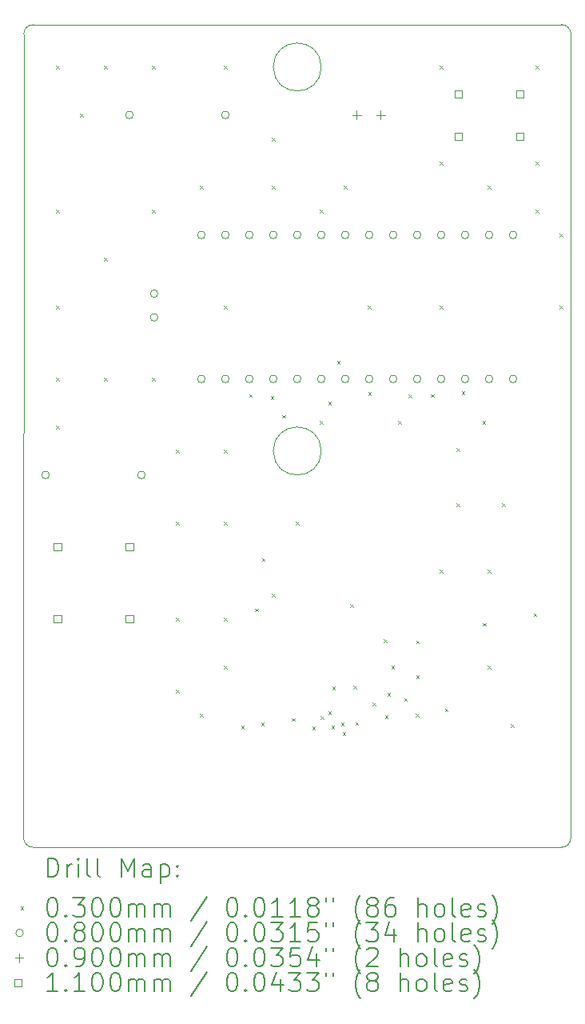
<source format=gbr>
%TF.GenerationSoftware,KiCad,Pcbnew,9.0.5-1.fc42*%
%TF.CreationDate,2025-11-09T17:29:05+08:00*%
%TF.ProjectId,JACC64-16K,4a414343-3634-42d3-9136-4b2e6b696361,rev?*%
%TF.SameCoordinates,Original*%
%TF.FileFunction,Drillmap*%
%TF.FilePolarity,Positive*%
%FSLAX45Y45*%
G04 Gerber Fmt 4.5, Leading zero omitted, Abs format (unit mm)*
G04 Created by KiCad (PCBNEW 9.0.5-1.fc42) date 2025-11-09 17:29:05*
%MOMM*%
%LPD*%
G01*
G04 APERTURE LIST*
%ADD10C,0.050000*%
%ADD11C,0.200000*%
%ADD12C,0.100000*%
%ADD13C,0.110000*%
G04 APERTURE END LIST*
D10*
X11424405Y-14100122D02*
G75*
G02*
X11324397Y-14000122I-5J100003D01*
G01*
X11425318Y-5393989D02*
X17024082Y-5393989D01*
X17024082Y-5393989D02*
G75*
G02*
X17124081Y-5493989I-2J-100001D01*
G01*
X11324405Y-14000122D02*
X11325318Y-5493989D01*
X17124082Y-5493989D02*
X17123169Y-14000122D01*
X11325318Y-5493989D02*
G75*
G02*
X11425318Y-5393998I99992J-1D01*
G01*
X17123169Y-14000122D02*
G75*
G02*
X17023169Y-14100118I-99999J3D01*
G01*
X14478000Y-9906000D02*
G75*
G02*
X13970000Y-9906000I-254000J0D01*
G01*
X13970000Y-9906000D02*
G75*
G02*
X14478000Y-9906000I254000J0D01*
G01*
X14478000Y-5842000D02*
G75*
G02*
X13970000Y-5842000I-254000J0D01*
G01*
X13970000Y-5842000D02*
G75*
G02*
X14478000Y-5842000I254000J0D01*
G01*
X17023169Y-14100122D02*
X11424405Y-14100122D01*
D11*
D12*
X11669000Y-5827000D02*
X11699000Y-5857000D01*
X11699000Y-5827000D02*
X11669000Y-5857000D01*
X11669000Y-7351000D02*
X11699000Y-7381000D01*
X11699000Y-7351000D02*
X11669000Y-7381000D01*
X11669000Y-8367000D02*
X11699000Y-8397000D01*
X11699000Y-8367000D02*
X11669000Y-8397000D01*
X11669000Y-9129000D02*
X11699000Y-9159000D01*
X11699000Y-9129000D02*
X11669000Y-9159000D01*
X11669000Y-9637000D02*
X11699000Y-9667000D01*
X11699000Y-9637000D02*
X11669000Y-9667000D01*
X11923000Y-6335000D02*
X11953000Y-6365000D01*
X11953000Y-6335000D02*
X11923000Y-6365000D01*
X12177000Y-5827000D02*
X12207000Y-5857000D01*
X12207000Y-5827000D02*
X12177000Y-5857000D01*
X12177000Y-7859000D02*
X12207000Y-7889000D01*
X12207000Y-7859000D02*
X12177000Y-7889000D01*
X12177000Y-9129000D02*
X12207000Y-9159000D01*
X12207000Y-9129000D02*
X12177000Y-9159000D01*
X12685000Y-5827000D02*
X12715000Y-5857000D01*
X12715000Y-5827000D02*
X12685000Y-5857000D01*
X12685000Y-7351000D02*
X12715000Y-7381000D01*
X12715000Y-7351000D02*
X12685000Y-7381000D01*
X12685000Y-9129000D02*
X12715000Y-9159000D01*
X12715000Y-9129000D02*
X12685000Y-9159000D01*
X12939000Y-9891000D02*
X12969000Y-9921000D01*
X12969000Y-9891000D02*
X12939000Y-9921000D01*
X12939000Y-10653000D02*
X12969000Y-10683000D01*
X12969000Y-10653000D02*
X12939000Y-10683000D01*
X12939000Y-11669000D02*
X12969000Y-11699000D01*
X12969000Y-11669000D02*
X12939000Y-11699000D01*
X12939000Y-12431000D02*
X12969000Y-12461000D01*
X12969000Y-12431000D02*
X12939000Y-12461000D01*
X13193000Y-7097000D02*
X13223000Y-7127000D01*
X13223000Y-7097000D02*
X13193000Y-7127000D01*
X13193000Y-12685000D02*
X13223000Y-12715000D01*
X13223000Y-12685000D02*
X13193000Y-12715000D01*
X13447000Y-5827000D02*
X13477000Y-5857000D01*
X13477000Y-5827000D02*
X13447000Y-5857000D01*
X13447000Y-8367000D02*
X13477000Y-8397000D01*
X13477000Y-8367000D02*
X13447000Y-8397000D01*
X13447000Y-9891000D02*
X13477000Y-9921000D01*
X13477000Y-9891000D02*
X13447000Y-9921000D01*
X13447000Y-10653000D02*
X13477000Y-10683000D01*
X13477000Y-10653000D02*
X13447000Y-10683000D01*
X13447000Y-11669000D02*
X13477000Y-11699000D01*
X13477000Y-11669000D02*
X13447000Y-11699000D01*
X13447000Y-12177000D02*
X13477000Y-12207000D01*
X13477000Y-12177000D02*
X13447000Y-12207000D01*
X13629670Y-12812560D02*
X13659670Y-12842560D01*
X13659670Y-12812560D02*
X13629670Y-12842560D01*
X13714190Y-9306090D02*
X13744190Y-9336090D01*
X13744190Y-9306090D02*
X13714190Y-9336090D01*
X13777452Y-11572945D02*
X13807452Y-11602945D01*
X13807452Y-11572945D02*
X13777452Y-11602945D01*
X13840840Y-12781830D02*
X13870840Y-12811830D01*
X13870840Y-12781830D02*
X13840840Y-12811830D01*
X13849380Y-11041160D02*
X13879380Y-11071160D01*
X13879380Y-11041160D02*
X13849380Y-11071160D01*
X13940959Y-9324042D02*
X13970959Y-9354042D01*
X13970959Y-9324042D02*
X13940959Y-9354042D01*
X13955000Y-6589000D02*
X13985000Y-6619000D01*
X13985000Y-6589000D02*
X13955000Y-6619000D01*
X13955000Y-7097000D02*
X13985000Y-7127000D01*
X13985000Y-7097000D02*
X13955000Y-7127000D01*
X13955000Y-11415000D02*
X13985000Y-11445000D01*
X13985000Y-11415000D02*
X13955000Y-11445000D01*
X14067718Y-9526756D02*
X14097718Y-9556756D01*
X14097718Y-9526756D02*
X14067718Y-9556756D01*
X14168351Y-12733779D02*
X14198351Y-12763779D01*
X14198351Y-12733779D02*
X14168351Y-12763779D01*
X14209000Y-10653000D02*
X14239000Y-10683000D01*
X14239000Y-10653000D02*
X14209000Y-10683000D01*
X14382560Y-12824020D02*
X14412560Y-12854020D01*
X14412560Y-12824020D02*
X14382560Y-12854020D01*
X14463000Y-7351000D02*
X14493000Y-7381000D01*
X14493000Y-7351000D02*
X14463000Y-7381000D01*
X14463000Y-9586760D02*
X14493000Y-9616760D01*
X14493000Y-9586760D02*
X14463000Y-9616760D01*
X14472250Y-12712650D02*
X14502250Y-12742650D01*
X14502250Y-12712650D02*
X14472250Y-12742650D01*
X14552901Y-9384730D02*
X14582901Y-9414730D01*
X14582901Y-9384730D02*
X14552901Y-9414730D01*
X14554080Y-12660510D02*
X14584080Y-12690510D01*
X14584080Y-12660510D02*
X14554080Y-12690510D01*
X14585045Y-12813260D02*
X14615045Y-12843260D01*
X14615045Y-12813260D02*
X14585045Y-12843260D01*
X14593360Y-12398926D02*
X14623360Y-12428926D01*
X14623360Y-12398926D02*
X14593360Y-12428926D01*
X14645800Y-8954000D02*
X14675800Y-8984000D01*
X14675800Y-8954000D02*
X14645800Y-8984000D01*
X14688590Y-12780420D02*
X14718590Y-12810420D01*
X14718590Y-12780420D02*
X14688590Y-12810420D01*
X14706533Y-12883216D02*
X14736533Y-12913216D01*
X14736533Y-12883216D02*
X14706533Y-12913216D01*
X14717000Y-7097000D02*
X14747000Y-7127000D01*
X14747000Y-7097000D02*
X14717000Y-7127000D01*
X14786451Y-11529328D02*
X14816451Y-11559328D01*
X14816451Y-11529328D02*
X14786451Y-11559328D01*
X14821000Y-12389480D02*
X14851000Y-12419480D01*
X14851000Y-12389480D02*
X14821000Y-12419480D01*
X14841091Y-12774428D02*
X14871091Y-12804428D01*
X14871091Y-12774428D02*
X14841091Y-12804428D01*
X14971000Y-8367000D02*
X15001000Y-8397000D01*
X15001000Y-8367000D02*
X14971000Y-8397000D01*
X14973930Y-9285260D02*
X15003930Y-9315260D01*
X15003930Y-9285260D02*
X14973930Y-9315260D01*
X15023237Y-12570876D02*
X15053237Y-12600876D01*
X15053237Y-12570876D02*
X15023237Y-12600876D01*
X15141520Y-11901250D02*
X15171520Y-11931250D01*
X15171520Y-11901250D02*
X15141520Y-11931250D01*
X15151717Y-12704760D02*
X15181717Y-12734760D01*
X15181717Y-12704760D02*
X15151717Y-12734760D01*
X15178350Y-12466250D02*
X15208350Y-12496250D01*
X15208350Y-12466250D02*
X15178350Y-12496250D01*
X15219750Y-12180870D02*
X15249750Y-12210870D01*
X15249750Y-12180870D02*
X15219750Y-12210870D01*
X15292750Y-9586760D02*
X15322750Y-9616760D01*
X15322750Y-9586760D02*
X15292750Y-9616760D01*
X15355445Y-12521566D02*
X15385445Y-12551566D01*
X15385445Y-12521566D02*
X15355445Y-12551566D01*
X15403660Y-9307580D02*
X15433660Y-9337580D01*
X15433660Y-9307580D02*
X15403660Y-9337580D01*
X15479000Y-12685000D02*
X15509000Y-12715000D01*
X15509000Y-12685000D02*
X15479000Y-12715000D01*
X15484580Y-12282400D02*
X15514580Y-12312400D01*
X15514580Y-12282400D02*
X15484580Y-12312400D01*
X15484740Y-11913800D02*
X15514740Y-11943800D01*
X15514740Y-11913800D02*
X15484740Y-11943800D01*
X15638690Y-9303130D02*
X15668690Y-9333130D01*
X15668690Y-9303130D02*
X15638690Y-9333130D01*
X15733000Y-5827000D02*
X15763000Y-5857000D01*
X15763000Y-5827000D02*
X15733000Y-5857000D01*
X15733000Y-6843000D02*
X15763000Y-6873000D01*
X15763000Y-6843000D02*
X15733000Y-6873000D01*
X15733000Y-8367000D02*
X15763000Y-8397000D01*
X15763000Y-8367000D02*
X15733000Y-8397000D01*
X15733000Y-11161000D02*
X15763000Y-11191000D01*
X15763000Y-11161000D02*
X15733000Y-11191000D01*
X15788110Y-12630770D02*
X15818110Y-12660770D01*
X15818110Y-12630770D02*
X15788110Y-12660770D01*
X15909372Y-9874119D02*
X15939372Y-9904119D01*
X15939372Y-9874119D02*
X15909372Y-9904119D01*
X15912570Y-10459400D02*
X15942570Y-10489400D01*
X15942570Y-10459400D02*
X15912570Y-10489400D01*
X15966070Y-9275770D02*
X15996070Y-9305770D01*
X15996070Y-9275770D02*
X15966070Y-9305770D01*
X16185380Y-9586760D02*
X16215380Y-9616760D01*
X16215380Y-9586760D02*
X16185380Y-9616760D01*
X16192277Y-11726076D02*
X16222277Y-11756076D01*
X16222277Y-11726076D02*
X16192277Y-11756076D01*
X16241000Y-7097000D02*
X16271000Y-7127000D01*
X16271000Y-7097000D02*
X16241000Y-7127000D01*
X16241000Y-11161000D02*
X16271000Y-11191000D01*
X16271000Y-11161000D02*
X16241000Y-11191000D01*
X16241000Y-12177000D02*
X16271000Y-12207000D01*
X16271000Y-12177000D02*
X16241000Y-12207000D01*
X16391620Y-10459400D02*
X16421620Y-10489400D01*
X16421620Y-10459400D02*
X16391620Y-10489400D01*
X16488110Y-12797969D02*
X16518110Y-12827969D01*
X16518110Y-12797969D02*
X16488110Y-12827969D01*
X16730050Y-11622920D02*
X16760050Y-11652920D01*
X16760050Y-11622920D02*
X16730050Y-11652920D01*
X16749000Y-5827000D02*
X16779000Y-5857000D01*
X16779000Y-5827000D02*
X16749000Y-5857000D01*
X16749000Y-6843000D02*
X16779000Y-6873000D01*
X16779000Y-6843000D02*
X16749000Y-6873000D01*
X16749000Y-7351000D02*
X16779000Y-7381000D01*
X16779000Y-7351000D02*
X16749000Y-7381000D01*
X17003000Y-7605000D02*
X17033000Y-7635000D01*
X17033000Y-7605000D02*
X17003000Y-7635000D01*
X17003000Y-8367000D02*
X17033000Y-8397000D01*
X17033000Y-8367000D02*
X17003000Y-8397000D01*
X11597000Y-10160000D02*
G75*
G02*
X11517000Y-10160000I-40000J0D01*
G01*
X11517000Y-10160000D02*
G75*
G02*
X11597000Y-10160000I40000J0D01*
G01*
X12486000Y-6350000D02*
G75*
G02*
X12406000Y-6350000I-40000J0D01*
G01*
X12406000Y-6350000D02*
G75*
G02*
X12486000Y-6350000I40000J0D01*
G01*
X12613000Y-10160000D02*
G75*
G02*
X12533000Y-10160000I-40000J0D01*
G01*
X12533000Y-10160000D02*
G75*
G02*
X12613000Y-10160000I40000J0D01*
G01*
X12747580Y-8241110D02*
G75*
G02*
X12667580Y-8241110I-40000J0D01*
G01*
X12667580Y-8241110D02*
G75*
G02*
X12747580Y-8241110I40000J0D01*
G01*
X12747580Y-8491110D02*
G75*
G02*
X12667580Y-8491110I-40000J0D01*
G01*
X12667580Y-8491110D02*
G75*
G02*
X12747580Y-8491110I40000J0D01*
G01*
X13248000Y-7620000D02*
G75*
G02*
X13168000Y-7620000I-40000J0D01*
G01*
X13168000Y-7620000D02*
G75*
G02*
X13248000Y-7620000I40000J0D01*
G01*
X13248000Y-9144000D02*
G75*
G02*
X13168000Y-9144000I-40000J0D01*
G01*
X13168000Y-9144000D02*
G75*
G02*
X13248000Y-9144000I40000J0D01*
G01*
X13502000Y-6350000D02*
G75*
G02*
X13422000Y-6350000I-40000J0D01*
G01*
X13422000Y-6350000D02*
G75*
G02*
X13502000Y-6350000I40000J0D01*
G01*
X13502000Y-7620000D02*
G75*
G02*
X13422000Y-7620000I-40000J0D01*
G01*
X13422000Y-7620000D02*
G75*
G02*
X13502000Y-7620000I40000J0D01*
G01*
X13502000Y-9144000D02*
G75*
G02*
X13422000Y-9144000I-40000J0D01*
G01*
X13422000Y-9144000D02*
G75*
G02*
X13502000Y-9144000I40000J0D01*
G01*
X13756000Y-7620000D02*
G75*
G02*
X13676000Y-7620000I-40000J0D01*
G01*
X13676000Y-7620000D02*
G75*
G02*
X13756000Y-7620000I40000J0D01*
G01*
X13756000Y-9144000D02*
G75*
G02*
X13676000Y-9144000I-40000J0D01*
G01*
X13676000Y-9144000D02*
G75*
G02*
X13756000Y-9144000I40000J0D01*
G01*
X14010000Y-7620000D02*
G75*
G02*
X13930000Y-7620000I-40000J0D01*
G01*
X13930000Y-7620000D02*
G75*
G02*
X14010000Y-7620000I40000J0D01*
G01*
X14010000Y-9144000D02*
G75*
G02*
X13930000Y-9144000I-40000J0D01*
G01*
X13930000Y-9144000D02*
G75*
G02*
X14010000Y-9144000I40000J0D01*
G01*
X14264000Y-7620000D02*
G75*
G02*
X14184000Y-7620000I-40000J0D01*
G01*
X14184000Y-7620000D02*
G75*
G02*
X14264000Y-7620000I40000J0D01*
G01*
X14264000Y-9144000D02*
G75*
G02*
X14184000Y-9144000I-40000J0D01*
G01*
X14184000Y-9144000D02*
G75*
G02*
X14264000Y-9144000I40000J0D01*
G01*
X14518000Y-7620000D02*
G75*
G02*
X14438000Y-7620000I-40000J0D01*
G01*
X14438000Y-7620000D02*
G75*
G02*
X14518000Y-7620000I40000J0D01*
G01*
X14518000Y-9144000D02*
G75*
G02*
X14438000Y-9144000I-40000J0D01*
G01*
X14438000Y-9144000D02*
G75*
G02*
X14518000Y-9144000I40000J0D01*
G01*
X14772000Y-7620000D02*
G75*
G02*
X14692000Y-7620000I-40000J0D01*
G01*
X14692000Y-7620000D02*
G75*
G02*
X14772000Y-7620000I40000J0D01*
G01*
X14772000Y-9144000D02*
G75*
G02*
X14692000Y-9144000I-40000J0D01*
G01*
X14692000Y-9144000D02*
G75*
G02*
X14772000Y-9144000I40000J0D01*
G01*
X15026000Y-7620000D02*
G75*
G02*
X14946000Y-7620000I-40000J0D01*
G01*
X14946000Y-7620000D02*
G75*
G02*
X15026000Y-7620000I40000J0D01*
G01*
X15026000Y-9144000D02*
G75*
G02*
X14946000Y-9144000I-40000J0D01*
G01*
X14946000Y-9144000D02*
G75*
G02*
X15026000Y-9144000I40000J0D01*
G01*
X15280000Y-7620000D02*
G75*
G02*
X15200000Y-7620000I-40000J0D01*
G01*
X15200000Y-7620000D02*
G75*
G02*
X15280000Y-7620000I40000J0D01*
G01*
X15280000Y-9144000D02*
G75*
G02*
X15200000Y-9144000I-40000J0D01*
G01*
X15200000Y-9144000D02*
G75*
G02*
X15280000Y-9144000I40000J0D01*
G01*
X15534000Y-7620000D02*
G75*
G02*
X15454000Y-7620000I-40000J0D01*
G01*
X15454000Y-7620000D02*
G75*
G02*
X15534000Y-7620000I40000J0D01*
G01*
X15534000Y-9144000D02*
G75*
G02*
X15454000Y-9144000I-40000J0D01*
G01*
X15454000Y-9144000D02*
G75*
G02*
X15534000Y-9144000I40000J0D01*
G01*
X15788000Y-7620000D02*
G75*
G02*
X15708000Y-7620000I-40000J0D01*
G01*
X15708000Y-7620000D02*
G75*
G02*
X15788000Y-7620000I40000J0D01*
G01*
X15788000Y-9144000D02*
G75*
G02*
X15708000Y-9144000I-40000J0D01*
G01*
X15708000Y-9144000D02*
G75*
G02*
X15788000Y-9144000I40000J0D01*
G01*
X16042000Y-7620000D02*
G75*
G02*
X15962000Y-7620000I-40000J0D01*
G01*
X15962000Y-7620000D02*
G75*
G02*
X16042000Y-7620000I40000J0D01*
G01*
X16042000Y-9144000D02*
G75*
G02*
X15962000Y-9144000I-40000J0D01*
G01*
X15962000Y-9144000D02*
G75*
G02*
X16042000Y-9144000I40000J0D01*
G01*
X16296000Y-7620000D02*
G75*
G02*
X16216000Y-7620000I-40000J0D01*
G01*
X16216000Y-7620000D02*
G75*
G02*
X16296000Y-7620000I40000J0D01*
G01*
X16296000Y-9144000D02*
G75*
G02*
X16216000Y-9144000I-40000J0D01*
G01*
X16216000Y-9144000D02*
G75*
G02*
X16296000Y-9144000I40000J0D01*
G01*
X16550000Y-7620000D02*
G75*
G02*
X16470000Y-7620000I-40000J0D01*
G01*
X16470000Y-7620000D02*
G75*
G02*
X16550000Y-7620000I40000J0D01*
G01*
X16550000Y-9144000D02*
G75*
G02*
X16470000Y-9144000I-40000J0D01*
G01*
X16470000Y-9144000D02*
G75*
G02*
X16550000Y-9144000I40000J0D01*
G01*
X14853594Y-6305000D02*
X14853594Y-6395000D01*
X14808594Y-6350000D02*
X14898594Y-6350000D01*
X15107594Y-6305000D02*
X15107594Y-6395000D01*
X15062594Y-6350000D02*
X15152594Y-6350000D01*
D13*
X11722891Y-10960891D02*
X11722891Y-10883109D01*
X11645109Y-10883109D01*
X11645109Y-10960891D01*
X11722891Y-10960891D01*
X11722891Y-11722891D02*
X11722891Y-11645109D01*
X11645109Y-11645109D01*
X11645109Y-11722891D01*
X11722891Y-11722891D01*
X12484891Y-10960891D02*
X12484891Y-10883109D01*
X12407109Y-10883109D01*
X12407109Y-10960891D01*
X12484891Y-10960891D01*
X12484891Y-11722891D02*
X12484891Y-11645109D01*
X12407109Y-11645109D01*
X12407109Y-11722891D01*
X12484891Y-11722891D01*
X15969891Y-6163891D02*
X15969891Y-6086109D01*
X15892109Y-6086109D01*
X15892109Y-6163891D01*
X15969891Y-6163891D01*
X15969891Y-6613891D02*
X15969891Y-6536109D01*
X15892109Y-6536109D01*
X15892109Y-6613891D01*
X15969891Y-6613891D01*
X16619891Y-6163891D02*
X16619891Y-6086109D01*
X16542109Y-6086109D01*
X16542109Y-6163891D01*
X16619891Y-6163891D01*
X16619891Y-6613891D02*
X16619891Y-6536109D01*
X16542109Y-6536109D01*
X16542109Y-6613891D01*
X16619891Y-6613891D01*
D11*
X11582681Y-14414106D02*
X11582681Y-14214106D01*
X11582681Y-14214106D02*
X11630300Y-14214106D01*
X11630300Y-14214106D02*
X11658872Y-14223630D01*
X11658872Y-14223630D02*
X11677919Y-14242678D01*
X11677919Y-14242678D02*
X11687443Y-14261725D01*
X11687443Y-14261725D02*
X11696967Y-14299820D01*
X11696967Y-14299820D02*
X11696967Y-14328392D01*
X11696967Y-14328392D02*
X11687443Y-14366487D01*
X11687443Y-14366487D02*
X11677919Y-14385535D01*
X11677919Y-14385535D02*
X11658872Y-14404582D01*
X11658872Y-14404582D02*
X11630300Y-14414106D01*
X11630300Y-14414106D02*
X11582681Y-14414106D01*
X11782681Y-14414106D02*
X11782681Y-14280773D01*
X11782681Y-14318868D02*
X11792205Y-14299820D01*
X11792205Y-14299820D02*
X11801729Y-14290297D01*
X11801729Y-14290297D02*
X11820777Y-14280773D01*
X11820777Y-14280773D02*
X11839824Y-14280773D01*
X11906491Y-14414106D02*
X11906491Y-14280773D01*
X11906491Y-14214106D02*
X11896967Y-14223630D01*
X11896967Y-14223630D02*
X11906491Y-14233154D01*
X11906491Y-14233154D02*
X11916015Y-14223630D01*
X11916015Y-14223630D02*
X11906491Y-14214106D01*
X11906491Y-14214106D02*
X11906491Y-14233154D01*
X12030300Y-14414106D02*
X12011253Y-14404582D01*
X12011253Y-14404582D02*
X12001729Y-14385535D01*
X12001729Y-14385535D02*
X12001729Y-14214106D01*
X12135062Y-14414106D02*
X12116015Y-14404582D01*
X12116015Y-14404582D02*
X12106491Y-14385535D01*
X12106491Y-14385535D02*
X12106491Y-14214106D01*
X12363634Y-14414106D02*
X12363634Y-14214106D01*
X12363634Y-14214106D02*
X12430300Y-14356963D01*
X12430300Y-14356963D02*
X12496967Y-14214106D01*
X12496967Y-14214106D02*
X12496967Y-14414106D01*
X12677919Y-14414106D02*
X12677919Y-14309344D01*
X12677919Y-14309344D02*
X12668396Y-14290297D01*
X12668396Y-14290297D02*
X12649348Y-14280773D01*
X12649348Y-14280773D02*
X12611253Y-14280773D01*
X12611253Y-14280773D02*
X12592205Y-14290297D01*
X12677919Y-14404582D02*
X12658872Y-14414106D01*
X12658872Y-14414106D02*
X12611253Y-14414106D01*
X12611253Y-14414106D02*
X12592205Y-14404582D01*
X12592205Y-14404582D02*
X12582681Y-14385535D01*
X12582681Y-14385535D02*
X12582681Y-14366487D01*
X12582681Y-14366487D02*
X12592205Y-14347440D01*
X12592205Y-14347440D02*
X12611253Y-14337916D01*
X12611253Y-14337916D02*
X12658872Y-14337916D01*
X12658872Y-14337916D02*
X12677919Y-14328392D01*
X12773158Y-14280773D02*
X12773158Y-14480773D01*
X12773158Y-14290297D02*
X12792205Y-14280773D01*
X12792205Y-14280773D02*
X12830300Y-14280773D01*
X12830300Y-14280773D02*
X12849348Y-14290297D01*
X12849348Y-14290297D02*
X12858872Y-14299820D01*
X12858872Y-14299820D02*
X12868396Y-14318868D01*
X12868396Y-14318868D02*
X12868396Y-14376011D01*
X12868396Y-14376011D02*
X12858872Y-14395059D01*
X12858872Y-14395059D02*
X12849348Y-14404582D01*
X12849348Y-14404582D02*
X12830300Y-14414106D01*
X12830300Y-14414106D02*
X12792205Y-14414106D01*
X12792205Y-14414106D02*
X12773158Y-14404582D01*
X12954110Y-14395059D02*
X12963634Y-14404582D01*
X12963634Y-14404582D02*
X12954110Y-14414106D01*
X12954110Y-14414106D02*
X12944586Y-14404582D01*
X12944586Y-14404582D02*
X12954110Y-14395059D01*
X12954110Y-14395059D02*
X12954110Y-14414106D01*
X12954110Y-14290297D02*
X12963634Y-14299820D01*
X12963634Y-14299820D02*
X12954110Y-14309344D01*
X12954110Y-14309344D02*
X12944586Y-14299820D01*
X12944586Y-14299820D02*
X12954110Y-14290297D01*
X12954110Y-14290297D02*
X12954110Y-14309344D01*
D12*
X11291905Y-14727622D02*
X11321905Y-14757622D01*
X11321905Y-14727622D02*
X11291905Y-14757622D01*
D11*
X11620777Y-14634106D02*
X11639824Y-14634106D01*
X11639824Y-14634106D02*
X11658872Y-14643630D01*
X11658872Y-14643630D02*
X11668396Y-14653154D01*
X11668396Y-14653154D02*
X11677919Y-14672201D01*
X11677919Y-14672201D02*
X11687443Y-14710297D01*
X11687443Y-14710297D02*
X11687443Y-14757916D01*
X11687443Y-14757916D02*
X11677919Y-14796011D01*
X11677919Y-14796011D02*
X11668396Y-14815059D01*
X11668396Y-14815059D02*
X11658872Y-14824582D01*
X11658872Y-14824582D02*
X11639824Y-14834106D01*
X11639824Y-14834106D02*
X11620777Y-14834106D01*
X11620777Y-14834106D02*
X11601729Y-14824582D01*
X11601729Y-14824582D02*
X11592205Y-14815059D01*
X11592205Y-14815059D02*
X11582681Y-14796011D01*
X11582681Y-14796011D02*
X11573158Y-14757916D01*
X11573158Y-14757916D02*
X11573158Y-14710297D01*
X11573158Y-14710297D02*
X11582681Y-14672201D01*
X11582681Y-14672201D02*
X11592205Y-14653154D01*
X11592205Y-14653154D02*
X11601729Y-14643630D01*
X11601729Y-14643630D02*
X11620777Y-14634106D01*
X11773158Y-14815059D02*
X11782681Y-14824582D01*
X11782681Y-14824582D02*
X11773158Y-14834106D01*
X11773158Y-14834106D02*
X11763634Y-14824582D01*
X11763634Y-14824582D02*
X11773158Y-14815059D01*
X11773158Y-14815059D02*
X11773158Y-14834106D01*
X11849348Y-14634106D02*
X11973158Y-14634106D01*
X11973158Y-14634106D02*
X11906491Y-14710297D01*
X11906491Y-14710297D02*
X11935062Y-14710297D01*
X11935062Y-14710297D02*
X11954110Y-14719820D01*
X11954110Y-14719820D02*
X11963634Y-14729344D01*
X11963634Y-14729344D02*
X11973158Y-14748392D01*
X11973158Y-14748392D02*
X11973158Y-14796011D01*
X11973158Y-14796011D02*
X11963634Y-14815059D01*
X11963634Y-14815059D02*
X11954110Y-14824582D01*
X11954110Y-14824582D02*
X11935062Y-14834106D01*
X11935062Y-14834106D02*
X11877919Y-14834106D01*
X11877919Y-14834106D02*
X11858872Y-14824582D01*
X11858872Y-14824582D02*
X11849348Y-14815059D01*
X12096967Y-14634106D02*
X12116015Y-14634106D01*
X12116015Y-14634106D02*
X12135062Y-14643630D01*
X12135062Y-14643630D02*
X12144586Y-14653154D01*
X12144586Y-14653154D02*
X12154110Y-14672201D01*
X12154110Y-14672201D02*
X12163634Y-14710297D01*
X12163634Y-14710297D02*
X12163634Y-14757916D01*
X12163634Y-14757916D02*
X12154110Y-14796011D01*
X12154110Y-14796011D02*
X12144586Y-14815059D01*
X12144586Y-14815059D02*
X12135062Y-14824582D01*
X12135062Y-14824582D02*
X12116015Y-14834106D01*
X12116015Y-14834106D02*
X12096967Y-14834106D01*
X12096967Y-14834106D02*
X12077919Y-14824582D01*
X12077919Y-14824582D02*
X12068396Y-14815059D01*
X12068396Y-14815059D02*
X12058872Y-14796011D01*
X12058872Y-14796011D02*
X12049348Y-14757916D01*
X12049348Y-14757916D02*
X12049348Y-14710297D01*
X12049348Y-14710297D02*
X12058872Y-14672201D01*
X12058872Y-14672201D02*
X12068396Y-14653154D01*
X12068396Y-14653154D02*
X12077919Y-14643630D01*
X12077919Y-14643630D02*
X12096967Y-14634106D01*
X12287443Y-14634106D02*
X12306491Y-14634106D01*
X12306491Y-14634106D02*
X12325539Y-14643630D01*
X12325539Y-14643630D02*
X12335062Y-14653154D01*
X12335062Y-14653154D02*
X12344586Y-14672201D01*
X12344586Y-14672201D02*
X12354110Y-14710297D01*
X12354110Y-14710297D02*
X12354110Y-14757916D01*
X12354110Y-14757916D02*
X12344586Y-14796011D01*
X12344586Y-14796011D02*
X12335062Y-14815059D01*
X12335062Y-14815059D02*
X12325539Y-14824582D01*
X12325539Y-14824582D02*
X12306491Y-14834106D01*
X12306491Y-14834106D02*
X12287443Y-14834106D01*
X12287443Y-14834106D02*
X12268396Y-14824582D01*
X12268396Y-14824582D02*
X12258872Y-14815059D01*
X12258872Y-14815059D02*
X12249348Y-14796011D01*
X12249348Y-14796011D02*
X12239824Y-14757916D01*
X12239824Y-14757916D02*
X12239824Y-14710297D01*
X12239824Y-14710297D02*
X12249348Y-14672201D01*
X12249348Y-14672201D02*
X12258872Y-14653154D01*
X12258872Y-14653154D02*
X12268396Y-14643630D01*
X12268396Y-14643630D02*
X12287443Y-14634106D01*
X12439824Y-14834106D02*
X12439824Y-14700773D01*
X12439824Y-14719820D02*
X12449348Y-14710297D01*
X12449348Y-14710297D02*
X12468396Y-14700773D01*
X12468396Y-14700773D02*
X12496967Y-14700773D01*
X12496967Y-14700773D02*
X12516015Y-14710297D01*
X12516015Y-14710297D02*
X12525539Y-14729344D01*
X12525539Y-14729344D02*
X12525539Y-14834106D01*
X12525539Y-14729344D02*
X12535062Y-14710297D01*
X12535062Y-14710297D02*
X12554110Y-14700773D01*
X12554110Y-14700773D02*
X12582681Y-14700773D01*
X12582681Y-14700773D02*
X12601729Y-14710297D01*
X12601729Y-14710297D02*
X12611253Y-14729344D01*
X12611253Y-14729344D02*
X12611253Y-14834106D01*
X12706491Y-14834106D02*
X12706491Y-14700773D01*
X12706491Y-14719820D02*
X12716015Y-14710297D01*
X12716015Y-14710297D02*
X12735062Y-14700773D01*
X12735062Y-14700773D02*
X12763634Y-14700773D01*
X12763634Y-14700773D02*
X12782681Y-14710297D01*
X12782681Y-14710297D02*
X12792205Y-14729344D01*
X12792205Y-14729344D02*
X12792205Y-14834106D01*
X12792205Y-14729344D02*
X12801729Y-14710297D01*
X12801729Y-14710297D02*
X12820777Y-14700773D01*
X12820777Y-14700773D02*
X12849348Y-14700773D01*
X12849348Y-14700773D02*
X12868396Y-14710297D01*
X12868396Y-14710297D02*
X12877920Y-14729344D01*
X12877920Y-14729344D02*
X12877920Y-14834106D01*
X13268396Y-14624582D02*
X13096967Y-14881725D01*
X13525539Y-14634106D02*
X13544586Y-14634106D01*
X13544586Y-14634106D02*
X13563634Y-14643630D01*
X13563634Y-14643630D02*
X13573158Y-14653154D01*
X13573158Y-14653154D02*
X13582682Y-14672201D01*
X13582682Y-14672201D02*
X13592205Y-14710297D01*
X13592205Y-14710297D02*
X13592205Y-14757916D01*
X13592205Y-14757916D02*
X13582682Y-14796011D01*
X13582682Y-14796011D02*
X13573158Y-14815059D01*
X13573158Y-14815059D02*
X13563634Y-14824582D01*
X13563634Y-14824582D02*
X13544586Y-14834106D01*
X13544586Y-14834106D02*
X13525539Y-14834106D01*
X13525539Y-14834106D02*
X13506491Y-14824582D01*
X13506491Y-14824582D02*
X13496967Y-14815059D01*
X13496967Y-14815059D02*
X13487443Y-14796011D01*
X13487443Y-14796011D02*
X13477920Y-14757916D01*
X13477920Y-14757916D02*
X13477920Y-14710297D01*
X13477920Y-14710297D02*
X13487443Y-14672201D01*
X13487443Y-14672201D02*
X13496967Y-14653154D01*
X13496967Y-14653154D02*
X13506491Y-14643630D01*
X13506491Y-14643630D02*
X13525539Y-14634106D01*
X13677920Y-14815059D02*
X13687443Y-14824582D01*
X13687443Y-14824582D02*
X13677920Y-14834106D01*
X13677920Y-14834106D02*
X13668396Y-14824582D01*
X13668396Y-14824582D02*
X13677920Y-14815059D01*
X13677920Y-14815059D02*
X13677920Y-14834106D01*
X13811253Y-14634106D02*
X13830301Y-14634106D01*
X13830301Y-14634106D02*
X13849348Y-14643630D01*
X13849348Y-14643630D02*
X13858872Y-14653154D01*
X13858872Y-14653154D02*
X13868396Y-14672201D01*
X13868396Y-14672201D02*
X13877920Y-14710297D01*
X13877920Y-14710297D02*
X13877920Y-14757916D01*
X13877920Y-14757916D02*
X13868396Y-14796011D01*
X13868396Y-14796011D02*
X13858872Y-14815059D01*
X13858872Y-14815059D02*
X13849348Y-14824582D01*
X13849348Y-14824582D02*
X13830301Y-14834106D01*
X13830301Y-14834106D02*
X13811253Y-14834106D01*
X13811253Y-14834106D02*
X13792205Y-14824582D01*
X13792205Y-14824582D02*
X13782682Y-14815059D01*
X13782682Y-14815059D02*
X13773158Y-14796011D01*
X13773158Y-14796011D02*
X13763634Y-14757916D01*
X13763634Y-14757916D02*
X13763634Y-14710297D01*
X13763634Y-14710297D02*
X13773158Y-14672201D01*
X13773158Y-14672201D02*
X13782682Y-14653154D01*
X13782682Y-14653154D02*
X13792205Y-14643630D01*
X13792205Y-14643630D02*
X13811253Y-14634106D01*
X14068396Y-14834106D02*
X13954110Y-14834106D01*
X14011253Y-14834106D02*
X14011253Y-14634106D01*
X14011253Y-14634106D02*
X13992205Y-14662678D01*
X13992205Y-14662678D02*
X13973158Y-14681725D01*
X13973158Y-14681725D02*
X13954110Y-14691249D01*
X14258872Y-14834106D02*
X14144586Y-14834106D01*
X14201729Y-14834106D02*
X14201729Y-14634106D01*
X14201729Y-14634106D02*
X14182682Y-14662678D01*
X14182682Y-14662678D02*
X14163634Y-14681725D01*
X14163634Y-14681725D02*
X14144586Y-14691249D01*
X14373158Y-14719820D02*
X14354110Y-14710297D01*
X14354110Y-14710297D02*
X14344586Y-14700773D01*
X14344586Y-14700773D02*
X14335063Y-14681725D01*
X14335063Y-14681725D02*
X14335063Y-14672201D01*
X14335063Y-14672201D02*
X14344586Y-14653154D01*
X14344586Y-14653154D02*
X14354110Y-14643630D01*
X14354110Y-14643630D02*
X14373158Y-14634106D01*
X14373158Y-14634106D02*
X14411253Y-14634106D01*
X14411253Y-14634106D02*
X14430301Y-14643630D01*
X14430301Y-14643630D02*
X14439824Y-14653154D01*
X14439824Y-14653154D02*
X14449348Y-14672201D01*
X14449348Y-14672201D02*
X14449348Y-14681725D01*
X14449348Y-14681725D02*
X14439824Y-14700773D01*
X14439824Y-14700773D02*
X14430301Y-14710297D01*
X14430301Y-14710297D02*
X14411253Y-14719820D01*
X14411253Y-14719820D02*
X14373158Y-14719820D01*
X14373158Y-14719820D02*
X14354110Y-14729344D01*
X14354110Y-14729344D02*
X14344586Y-14738868D01*
X14344586Y-14738868D02*
X14335063Y-14757916D01*
X14335063Y-14757916D02*
X14335063Y-14796011D01*
X14335063Y-14796011D02*
X14344586Y-14815059D01*
X14344586Y-14815059D02*
X14354110Y-14824582D01*
X14354110Y-14824582D02*
X14373158Y-14834106D01*
X14373158Y-14834106D02*
X14411253Y-14834106D01*
X14411253Y-14834106D02*
X14430301Y-14824582D01*
X14430301Y-14824582D02*
X14439824Y-14815059D01*
X14439824Y-14815059D02*
X14449348Y-14796011D01*
X14449348Y-14796011D02*
X14449348Y-14757916D01*
X14449348Y-14757916D02*
X14439824Y-14738868D01*
X14439824Y-14738868D02*
X14430301Y-14729344D01*
X14430301Y-14729344D02*
X14411253Y-14719820D01*
X14525539Y-14634106D02*
X14525539Y-14672201D01*
X14601729Y-14634106D02*
X14601729Y-14672201D01*
X14896967Y-14910297D02*
X14887444Y-14900773D01*
X14887444Y-14900773D02*
X14868396Y-14872201D01*
X14868396Y-14872201D02*
X14858872Y-14853154D01*
X14858872Y-14853154D02*
X14849348Y-14824582D01*
X14849348Y-14824582D02*
X14839825Y-14776963D01*
X14839825Y-14776963D02*
X14839825Y-14738868D01*
X14839825Y-14738868D02*
X14849348Y-14691249D01*
X14849348Y-14691249D02*
X14858872Y-14662678D01*
X14858872Y-14662678D02*
X14868396Y-14643630D01*
X14868396Y-14643630D02*
X14887444Y-14615059D01*
X14887444Y-14615059D02*
X14896967Y-14605535D01*
X15001729Y-14719820D02*
X14982682Y-14710297D01*
X14982682Y-14710297D02*
X14973158Y-14700773D01*
X14973158Y-14700773D02*
X14963634Y-14681725D01*
X14963634Y-14681725D02*
X14963634Y-14672201D01*
X14963634Y-14672201D02*
X14973158Y-14653154D01*
X14973158Y-14653154D02*
X14982682Y-14643630D01*
X14982682Y-14643630D02*
X15001729Y-14634106D01*
X15001729Y-14634106D02*
X15039825Y-14634106D01*
X15039825Y-14634106D02*
X15058872Y-14643630D01*
X15058872Y-14643630D02*
X15068396Y-14653154D01*
X15068396Y-14653154D02*
X15077920Y-14672201D01*
X15077920Y-14672201D02*
X15077920Y-14681725D01*
X15077920Y-14681725D02*
X15068396Y-14700773D01*
X15068396Y-14700773D02*
X15058872Y-14710297D01*
X15058872Y-14710297D02*
X15039825Y-14719820D01*
X15039825Y-14719820D02*
X15001729Y-14719820D01*
X15001729Y-14719820D02*
X14982682Y-14729344D01*
X14982682Y-14729344D02*
X14973158Y-14738868D01*
X14973158Y-14738868D02*
X14963634Y-14757916D01*
X14963634Y-14757916D02*
X14963634Y-14796011D01*
X14963634Y-14796011D02*
X14973158Y-14815059D01*
X14973158Y-14815059D02*
X14982682Y-14824582D01*
X14982682Y-14824582D02*
X15001729Y-14834106D01*
X15001729Y-14834106D02*
X15039825Y-14834106D01*
X15039825Y-14834106D02*
X15058872Y-14824582D01*
X15058872Y-14824582D02*
X15068396Y-14815059D01*
X15068396Y-14815059D02*
X15077920Y-14796011D01*
X15077920Y-14796011D02*
X15077920Y-14757916D01*
X15077920Y-14757916D02*
X15068396Y-14738868D01*
X15068396Y-14738868D02*
X15058872Y-14729344D01*
X15058872Y-14729344D02*
X15039825Y-14719820D01*
X15249348Y-14634106D02*
X15211253Y-14634106D01*
X15211253Y-14634106D02*
X15192205Y-14643630D01*
X15192205Y-14643630D02*
X15182682Y-14653154D01*
X15182682Y-14653154D02*
X15163634Y-14681725D01*
X15163634Y-14681725D02*
X15154110Y-14719820D01*
X15154110Y-14719820D02*
X15154110Y-14796011D01*
X15154110Y-14796011D02*
X15163634Y-14815059D01*
X15163634Y-14815059D02*
X15173158Y-14824582D01*
X15173158Y-14824582D02*
X15192205Y-14834106D01*
X15192205Y-14834106D02*
X15230301Y-14834106D01*
X15230301Y-14834106D02*
X15249348Y-14824582D01*
X15249348Y-14824582D02*
X15258872Y-14815059D01*
X15258872Y-14815059D02*
X15268396Y-14796011D01*
X15268396Y-14796011D02*
X15268396Y-14748392D01*
X15268396Y-14748392D02*
X15258872Y-14729344D01*
X15258872Y-14729344D02*
X15249348Y-14719820D01*
X15249348Y-14719820D02*
X15230301Y-14710297D01*
X15230301Y-14710297D02*
X15192205Y-14710297D01*
X15192205Y-14710297D02*
X15173158Y-14719820D01*
X15173158Y-14719820D02*
X15163634Y-14729344D01*
X15163634Y-14729344D02*
X15154110Y-14748392D01*
X15506491Y-14834106D02*
X15506491Y-14634106D01*
X15592206Y-14834106D02*
X15592206Y-14729344D01*
X15592206Y-14729344D02*
X15582682Y-14710297D01*
X15582682Y-14710297D02*
X15563634Y-14700773D01*
X15563634Y-14700773D02*
X15535063Y-14700773D01*
X15535063Y-14700773D02*
X15516015Y-14710297D01*
X15516015Y-14710297D02*
X15506491Y-14719820D01*
X15716015Y-14834106D02*
X15696967Y-14824582D01*
X15696967Y-14824582D02*
X15687444Y-14815059D01*
X15687444Y-14815059D02*
X15677920Y-14796011D01*
X15677920Y-14796011D02*
X15677920Y-14738868D01*
X15677920Y-14738868D02*
X15687444Y-14719820D01*
X15687444Y-14719820D02*
X15696967Y-14710297D01*
X15696967Y-14710297D02*
X15716015Y-14700773D01*
X15716015Y-14700773D02*
X15744587Y-14700773D01*
X15744587Y-14700773D02*
X15763634Y-14710297D01*
X15763634Y-14710297D02*
X15773158Y-14719820D01*
X15773158Y-14719820D02*
X15782682Y-14738868D01*
X15782682Y-14738868D02*
X15782682Y-14796011D01*
X15782682Y-14796011D02*
X15773158Y-14815059D01*
X15773158Y-14815059D02*
X15763634Y-14824582D01*
X15763634Y-14824582D02*
X15744587Y-14834106D01*
X15744587Y-14834106D02*
X15716015Y-14834106D01*
X15896967Y-14834106D02*
X15877920Y-14824582D01*
X15877920Y-14824582D02*
X15868396Y-14805535D01*
X15868396Y-14805535D02*
X15868396Y-14634106D01*
X16049348Y-14824582D02*
X16030301Y-14834106D01*
X16030301Y-14834106D02*
X15992206Y-14834106D01*
X15992206Y-14834106D02*
X15973158Y-14824582D01*
X15973158Y-14824582D02*
X15963634Y-14805535D01*
X15963634Y-14805535D02*
X15963634Y-14729344D01*
X15963634Y-14729344D02*
X15973158Y-14710297D01*
X15973158Y-14710297D02*
X15992206Y-14700773D01*
X15992206Y-14700773D02*
X16030301Y-14700773D01*
X16030301Y-14700773D02*
X16049348Y-14710297D01*
X16049348Y-14710297D02*
X16058872Y-14729344D01*
X16058872Y-14729344D02*
X16058872Y-14748392D01*
X16058872Y-14748392D02*
X15963634Y-14767440D01*
X16135063Y-14824582D02*
X16154110Y-14834106D01*
X16154110Y-14834106D02*
X16192206Y-14834106D01*
X16192206Y-14834106D02*
X16211253Y-14824582D01*
X16211253Y-14824582D02*
X16220777Y-14805535D01*
X16220777Y-14805535D02*
X16220777Y-14796011D01*
X16220777Y-14796011D02*
X16211253Y-14776963D01*
X16211253Y-14776963D02*
X16192206Y-14767440D01*
X16192206Y-14767440D02*
X16163634Y-14767440D01*
X16163634Y-14767440D02*
X16144587Y-14757916D01*
X16144587Y-14757916D02*
X16135063Y-14738868D01*
X16135063Y-14738868D02*
X16135063Y-14729344D01*
X16135063Y-14729344D02*
X16144587Y-14710297D01*
X16144587Y-14710297D02*
X16163634Y-14700773D01*
X16163634Y-14700773D02*
X16192206Y-14700773D01*
X16192206Y-14700773D02*
X16211253Y-14710297D01*
X16287444Y-14910297D02*
X16296968Y-14900773D01*
X16296968Y-14900773D02*
X16316015Y-14872201D01*
X16316015Y-14872201D02*
X16325539Y-14853154D01*
X16325539Y-14853154D02*
X16335063Y-14824582D01*
X16335063Y-14824582D02*
X16344587Y-14776963D01*
X16344587Y-14776963D02*
X16344587Y-14738868D01*
X16344587Y-14738868D02*
X16335063Y-14691249D01*
X16335063Y-14691249D02*
X16325539Y-14662678D01*
X16325539Y-14662678D02*
X16316015Y-14643630D01*
X16316015Y-14643630D02*
X16296968Y-14615059D01*
X16296968Y-14615059D02*
X16287444Y-14605535D01*
D12*
X11321905Y-15006622D02*
G75*
G02*
X11241905Y-15006622I-40000J0D01*
G01*
X11241905Y-15006622D02*
G75*
G02*
X11321905Y-15006622I40000J0D01*
G01*
D11*
X11620777Y-14898106D02*
X11639824Y-14898106D01*
X11639824Y-14898106D02*
X11658872Y-14907630D01*
X11658872Y-14907630D02*
X11668396Y-14917154D01*
X11668396Y-14917154D02*
X11677919Y-14936201D01*
X11677919Y-14936201D02*
X11687443Y-14974297D01*
X11687443Y-14974297D02*
X11687443Y-15021916D01*
X11687443Y-15021916D02*
X11677919Y-15060011D01*
X11677919Y-15060011D02*
X11668396Y-15079059D01*
X11668396Y-15079059D02*
X11658872Y-15088582D01*
X11658872Y-15088582D02*
X11639824Y-15098106D01*
X11639824Y-15098106D02*
X11620777Y-15098106D01*
X11620777Y-15098106D02*
X11601729Y-15088582D01*
X11601729Y-15088582D02*
X11592205Y-15079059D01*
X11592205Y-15079059D02*
X11582681Y-15060011D01*
X11582681Y-15060011D02*
X11573158Y-15021916D01*
X11573158Y-15021916D02*
X11573158Y-14974297D01*
X11573158Y-14974297D02*
X11582681Y-14936201D01*
X11582681Y-14936201D02*
X11592205Y-14917154D01*
X11592205Y-14917154D02*
X11601729Y-14907630D01*
X11601729Y-14907630D02*
X11620777Y-14898106D01*
X11773158Y-15079059D02*
X11782681Y-15088582D01*
X11782681Y-15088582D02*
X11773158Y-15098106D01*
X11773158Y-15098106D02*
X11763634Y-15088582D01*
X11763634Y-15088582D02*
X11773158Y-15079059D01*
X11773158Y-15079059D02*
X11773158Y-15098106D01*
X11896967Y-14983820D02*
X11877919Y-14974297D01*
X11877919Y-14974297D02*
X11868396Y-14964773D01*
X11868396Y-14964773D02*
X11858872Y-14945725D01*
X11858872Y-14945725D02*
X11858872Y-14936201D01*
X11858872Y-14936201D02*
X11868396Y-14917154D01*
X11868396Y-14917154D02*
X11877919Y-14907630D01*
X11877919Y-14907630D02*
X11896967Y-14898106D01*
X11896967Y-14898106D02*
X11935062Y-14898106D01*
X11935062Y-14898106D02*
X11954110Y-14907630D01*
X11954110Y-14907630D02*
X11963634Y-14917154D01*
X11963634Y-14917154D02*
X11973158Y-14936201D01*
X11973158Y-14936201D02*
X11973158Y-14945725D01*
X11973158Y-14945725D02*
X11963634Y-14964773D01*
X11963634Y-14964773D02*
X11954110Y-14974297D01*
X11954110Y-14974297D02*
X11935062Y-14983820D01*
X11935062Y-14983820D02*
X11896967Y-14983820D01*
X11896967Y-14983820D02*
X11877919Y-14993344D01*
X11877919Y-14993344D02*
X11868396Y-15002868D01*
X11868396Y-15002868D02*
X11858872Y-15021916D01*
X11858872Y-15021916D02*
X11858872Y-15060011D01*
X11858872Y-15060011D02*
X11868396Y-15079059D01*
X11868396Y-15079059D02*
X11877919Y-15088582D01*
X11877919Y-15088582D02*
X11896967Y-15098106D01*
X11896967Y-15098106D02*
X11935062Y-15098106D01*
X11935062Y-15098106D02*
X11954110Y-15088582D01*
X11954110Y-15088582D02*
X11963634Y-15079059D01*
X11963634Y-15079059D02*
X11973158Y-15060011D01*
X11973158Y-15060011D02*
X11973158Y-15021916D01*
X11973158Y-15021916D02*
X11963634Y-15002868D01*
X11963634Y-15002868D02*
X11954110Y-14993344D01*
X11954110Y-14993344D02*
X11935062Y-14983820D01*
X12096967Y-14898106D02*
X12116015Y-14898106D01*
X12116015Y-14898106D02*
X12135062Y-14907630D01*
X12135062Y-14907630D02*
X12144586Y-14917154D01*
X12144586Y-14917154D02*
X12154110Y-14936201D01*
X12154110Y-14936201D02*
X12163634Y-14974297D01*
X12163634Y-14974297D02*
X12163634Y-15021916D01*
X12163634Y-15021916D02*
X12154110Y-15060011D01*
X12154110Y-15060011D02*
X12144586Y-15079059D01*
X12144586Y-15079059D02*
X12135062Y-15088582D01*
X12135062Y-15088582D02*
X12116015Y-15098106D01*
X12116015Y-15098106D02*
X12096967Y-15098106D01*
X12096967Y-15098106D02*
X12077919Y-15088582D01*
X12077919Y-15088582D02*
X12068396Y-15079059D01*
X12068396Y-15079059D02*
X12058872Y-15060011D01*
X12058872Y-15060011D02*
X12049348Y-15021916D01*
X12049348Y-15021916D02*
X12049348Y-14974297D01*
X12049348Y-14974297D02*
X12058872Y-14936201D01*
X12058872Y-14936201D02*
X12068396Y-14917154D01*
X12068396Y-14917154D02*
X12077919Y-14907630D01*
X12077919Y-14907630D02*
X12096967Y-14898106D01*
X12287443Y-14898106D02*
X12306491Y-14898106D01*
X12306491Y-14898106D02*
X12325539Y-14907630D01*
X12325539Y-14907630D02*
X12335062Y-14917154D01*
X12335062Y-14917154D02*
X12344586Y-14936201D01*
X12344586Y-14936201D02*
X12354110Y-14974297D01*
X12354110Y-14974297D02*
X12354110Y-15021916D01*
X12354110Y-15021916D02*
X12344586Y-15060011D01*
X12344586Y-15060011D02*
X12335062Y-15079059D01*
X12335062Y-15079059D02*
X12325539Y-15088582D01*
X12325539Y-15088582D02*
X12306491Y-15098106D01*
X12306491Y-15098106D02*
X12287443Y-15098106D01*
X12287443Y-15098106D02*
X12268396Y-15088582D01*
X12268396Y-15088582D02*
X12258872Y-15079059D01*
X12258872Y-15079059D02*
X12249348Y-15060011D01*
X12249348Y-15060011D02*
X12239824Y-15021916D01*
X12239824Y-15021916D02*
X12239824Y-14974297D01*
X12239824Y-14974297D02*
X12249348Y-14936201D01*
X12249348Y-14936201D02*
X12258872Y-14917154D01*
X12258872Y-14917154D02*
X12268396Y-14907630D01*
X12268396Y-14907630D02*
X12287443Y-14898106D01*
X12439824Y-15098106D02*
X12439824Y-14964773D01*
X12439824Y-14983820D02*
X12449348Y-14974297D01*
X12449348Y-14974297D02*
X12468396Y-14964773D01*
X12468396Y-14964773D02*
X12496967Y-14964773D01*
X12496967Y-14964773D02*
X12516015Y-14974297D01*
X12516015Y-14974297D02*
X12525539Y-14993344D01*
X12525539Y-14993344D02*
X12525539Y-15098106D01*
X12525539Y-14993344D02*
X12535062Y-14974297D01*
X12535062Y-14974297D02*
X12554110Y-14964773D01*
X12554110Y-14964773D02*
X12582681Y-14964773D01*
X12582681Y-14964773D02*
X12601729Y-14974297D01*
X12601729Y-14974297D02*
X12611253Y-14993344D01*
X12611253Y-14993344D02*
X12611253Y-15098106D01*
X12706491Y-15098106D02*
X12706491Y-14964773D01*
X12706491Y-14983820D02*
X12716015Y-14974297D01*
X12716015Y-14974297D02*
X12735062Y-14964773D01*
X12735062Y-14964773D02*
X12763634Y-14964773D01*
X12763634Y-14964773D02*
X12782681Y-14974297D01*
X12782681Y-14974297D02*
X12792205Y-14993344D01*
X12792205Y-14993344D02*
X12792205Y-15098106D01*
X12792205Y-14993344D02*
X12801729Y-14974297D01*
X12801729Y-14974297D02*
X12820777Y-14964773D01*
X12820777Y-14964773D02*
X12849348Y-14964773D01*
X12849348Y-14964773D02*
X12868396Y-14974297D01*
X12868396Y-14974297D02*
X12877920Y-14993344D01*
X12877920Y-14993344D02*
X12877920Y-15098106D01*
X13268396Y-14888582D02*
X13096967Y-15145725D01*
X13525539Y-14898106D02*
X13544586Y-14898106D01*
X13544586Y-14898106D02*
X13563634Y-14907630D01*
X13563634Y-14907630D02*
X13573158Y-14917154D01*
X13573158Y-14917154D02*
X13582682Y-14936201D01*
X13582682Y-14936201D02*
X13592205Y-14974297D01*
X13592205Y-14974297D02*
X13592205Y-15021916D01*
X13592205Y-15021916D02*
X13582682Y-15060011D01*
X13582682Y-15060011D02*
X13573158Y-15079059D01*
X13573158Y-15079059D02*
X13563634Y-15088582D01*
X13563634Y-15088582D02*
X13544586Y-15098106D01*
X13544586Y-15098106D02*
X13525539Y-15098106D01*
X13525539Y-15098106D02*
X13506491Y-15088582D01*
X13506491Y-15088582D02*
X13496967Y-15079059D01*
X13496967Y-15079059D02*
X13487443Y-15060011D01*
X13487443Y-15060011D02*
X13477920Y-15021916D01*
X13477920Y-15021916D02*
X13477920Y-14974297D01*
X13477920Y-14974297D02*
X13487443Y-14936201D01*
X13487443Y-14936201D02*
X13496967Y-14917154D01*
X13496967Y-14917154D02*
X13506491Y-14907630D01*
X13506491Y-14907630D02*
X13525539Y-14898106D01*
X13677920Y-15079059D02*
X13687443Y-15088582D01*
X13687443Y-15088582D02*
X13677920Y-15098106D01*
X13677920Y-15098106D02*
X13668396Y-15088582D01*
X13668396Y-15088582D02*
X13677920Y-15079059D01*
X13677920Y-15079059D02*
X13677920Y-15098106D01*
X13811253Y-14898106D02*
X13830301Y-14898106D01*
X13830301Y-14898106D02*
X13849348Y-14907630D01*
X13849348Y-14907630D02*
X13858872Y-14917154D01*
X13858872Y-14917154D02*
X13868396Y-14936201D01*
X13868396Y-14936201D02*
X13877920Y-14974297D01*
X13877920Y-14974297D02*
X13877920Y-15021916D01*
X13877920Y-15021916D02*
X13868396Y-15060011D01*
X13868396Y-15060011D02*
X13858872Y-15079059D01*
X13858872Y-15079059D02*
X13849348Y-15088582D01*
X13849348Y-15088582D02*
X13830301Y-15098106D01*
X13830301Y-15098106D02*
X13811253Y-15098106D01*
X13811253Y-15098106D02*
X13792205Y-15088582D01*
X13792205Y-15088582D02*
X13782682Y-15079059D01*
X13782682Y-15079059D02*
X13773158Y-15060011D01*
X13773158Y-15060011D02*
X13763634Y-15021916D01*
X13763634Y-15021916D02*
X13763634Y-14974297D01*
X13763634Y-14974297D02*
X13773158Y-14936201D01*
X13773158Y-14936201D02*
X13782682Y-14917154D01*
X13782682Y-14917154D02*
X13792205Y-14907630D01*
X13792205Y-14907630D02*
X13811253Y-14898106D01*
X13944586Y-14898106D02*
X14068396Y-14898106D01*
X14068396Y-14898106D02*
X14001729Y-14974297D01*
X14001729Y-14974297D02*
X14030301Y-14974297D01*
X14030301Y-14974297D02*
X14049348Y-14983820D01*
X14049348Y-14983820D02*
X14058872Y-14993344D01*
X14058872Y-14993344D02*
X14068396Y-15012392D01*
X14068396Y-15012392D02*
X14068396Y-15060011D01*
X14068396Y-15060011D02*
X14058872Y-15079059D01*
X14058872Y-15079059D02*
X14049348Y-15088582D01*
X14049348Y-15088582D02*
X14030301Y-15098106D01*
X14030301Y-15098106D02*
X13973158Y-15098106D01*
X13973158Y-15098106D02*
X13954110Y-15088582D01*
X13954110Y-15088582D02*
X13944586Y-15079059D01*
X14258872Y-15098106D02*
X14144586Y-15098106D01*
X14201729Y-15098106D02*
X14201729Y-14898106D01*
X14201729Y-14898106D02*
X14182682Y-14926678D01*
X14182682Y-14926678D02*
X14163634Y-14945725D01*
X14163634Y-14945725D02*
X14144586Y-14955249D01*
X14439824Y-14898106D02*
X14344586Y-14898106D01*
X14344586Y-14898106D02*
X14335063Y-14993344D01*
X14335063Y-14993344D02*
X14344586Y-14983820D01*
X14344586Y-14983820D02*
X14363634Y-14974297D01*
X14363634Y-14974297D02*
X14411253Y-14974297D01*
X14411253Y-14974297D02*
X14430301Y-14983820D01*
X14430301Y-14983820D02*
X14439824Y-14993344D01*
X14439824Y-14993344D02*
X14449348Y-15012392D01*
X14449348Y-15012392D02*
X14449348Y-15060011D01*
X14449348Y-15060011D02*
X14439824Y-15079059D01*
X14439824Y-15079059D02*
X14430301Y-15088582D01*
X14430301Y-15088582D02*
X14411253Y-15098106D01*
X14411253Y-15098106D02*
X14363634Y-15098106D01*
X14363634Y-15098106D02*
X14344586Y-15088582D01*
X14344586Y-15088582D02*
X14335063Y-15079059D01*
X14525539Y-14898106D02*
X14525539Y-14936201D01*
X14601729Y-14898106D02*
X14601729Y-14936201D01*
X14896967Y-15174297D02*
X14887444Y-15164773D01*
X14887444Y-15164773D02*
X14868396Y-15136201D01*
X14868396Y-15136201D02*
X14858872Y-15117154D01*
X14858872Y-15117154D02*
X14849348Y-15088582D01*
X14849348Y-15088582D02*
X14839825Y-15040963D01*
X14839825Y-15040963D02*
X14839825Y-15002868D01*
X14839825Y-15002868D02*
X14849348Y-14955249D01*
X14849348Y-14955249D02*
X14858872Y-14926678D01*
X14858872Y-14926678D02*
X14868396Y-14907630D01*
X14868396Y-14907630D02*
X14887444Y-14879059D01*
X14887444Y-14879059D02*
X14896967Y-14869535D01*
X14954110Y-14898106D02*
X15077920Y-14898106D01*
X15077920Y-14898106D02*
X15011253Y-14974297D01*
X15011253Y-14974297D02*
X15039825Y-14974297D01*
X15039825Y-14974297D02*
X15058872Y-14983820D01*
X15058872Y-14983820D02*
X15068396Y-14993344D01*
X15068396Y-14993344D02*
X15077920Y-15012392D01*
X15077920Y-15012392D02*
X15077920Y-15060011D01*
X15077920Y-15060011D02*
X15068396Y-15079059D01*
X15068396Y-15079059D02*
X15058872Y-15088582D01*
X15058872Y-15088582D02*
X15039825Y-15098106D01*
X15039825Y-15098106D02*
X14982682Y-15098106D01*
X14982682Y-15098106D02*
X14963634Y-15088582D01*
X14963634Y-15088582D02*
X14954110Y-15079059D01*
X15249348Y-14964773D02*
X15249348Y-15098106D01*
X15201729Y-14888582D02*
X15154110Y-15031440D01*
X15154110Y-15031440D02*
X15277920Y-15031440D01*
X15506491Y-15098106D02*
X15506491Y-14898106D01*
X15592206Y-15098106D02*
X15592206Y-14993344D01*
X15592206Y-14993344D02*
X15582682Y-14974297D01*
X15582682Y-14974297D02*
X15563634Y-14964773D01*
X15563634Y-14964773D02*
X15535063Y-14964773D01*
X15535063Y-14964773D02*
X15516015Y-14974297D01*
X15516015Y-14974297D02*
X15506491Y-14983820D01*
X15716015Y-15098106D02*
X15696967Y-15088582D01*
X15696967Y-15088582D02*
X15687444Y-15079059D01*
X15687444Y-15079059D02*
X15677920Y-15060011D01*
X15677920Y-15060011D02*
X15677920Y-15002868D01*
X15677920Y-15002868D02*
X15687444Y-14983820D01*
X15687444Y-14983820D02*
X15696967Y-14974297D01*
X15696967Y-14974297D02*
X15716015Y-14964773D01*
X15716015Y-14964773D02*
X15744587Y-14964773D01*
X15744587Y-14964773D02*
X15763634Y-14974297D01*
X15763634Y-14974297D02*
X15773158Y-14983820D01*
X15773158Y-14983820D02*
X15782682Y-15002868D01*
X15782682Y-15002868D02*
X15782682Y-15060011D01*
X15782682Y-15060011D02*
X15773158Y-15079059D01*
X15773158Y-15079059D02*
X15763634Y-15088582D01*
X15763634Y-15088582D02*
X15744587Y-15098106D01*
X15744587Y-15098106D02*
X15716015Y-15098106D01*
X15896967Y-15098106D02*
X15877920Y-15088582D01*
X15877920Y-15088582D02*
X15868396Y-15069535D01*
X15868396Y-15069535D02*
X15868396Y-14898106D01*
X16049348Y-15088582D02*
X16030301Y-15098106D01*
X16030301Y-15098106D02*
X15992206Y-15098106D01*
X15992206Y-15098106D02*
X15973158Y-15088582D01*
X15973158Y-15088582D02*
X15963634Y-15069535D01*
X15963634Y-15069535D02*
X15963634Y-14993344D01*
X15963634Y-14993344D02*
X15973158Y-14974297D01*
X15973158Y-14974297D02*
X15992206Y-14964773D01*
X15992206Y-14964773D02*
X16030301Y-14964773D01*
X16030301Y-14964773D02*
X16049348Y-14974297D01*
X16049348Y-14974297D02*
X16058872Y-14993344D01*
X16058872Y-14993344D02*
X16058872Y-15012392D01*
X16058872Y-15012392D02*
X15963634Y-15031440D01*
X16135063Y-15088582D02*
X16154110Y-15098106D01*
X16154110Y-15098106D02*
X16192206Y-15098106D01*
X16192206Y-15098106D02*
X16211253Y-15088582D01*
X16211253Y-15088582D02*
X16220777Y-15069535D01*
X16220777Y-15069535D02*
X16220777Y-15060011D01*
X16220777Y-15060011D02*
X16211253Y-15040963D01*
X16211253Y-15040963D02*
X16192206Y-15031440D01*
X16192206Y-15031440D02*
X16163634Y-15031440D01*
X16163634Y-15031440D02*
X16144587Y-15021916D01*
X16144587Y-15021916D02*
X16135063Y-15002868D01*
X16135063Y-15002868D02*
X16135063Y-14993344D01*
X16135063Y-14993344D02*
X16144587Y-14974297D01*
X16144587Y-14974297D02*
X16163634Y-14964773D01*
X16163634Y-14964773D02*
X16192206Y-14964773D01*
X16192206Y-14964773D02*
X16211253Y-14974297D01*
X16287444Y-15174297D02*
X16296968Y-15164773D01*
X16296968Y-15164773D02*
X16316015Y-15136201D01*
X16316015Y-15136201D02*
X16325539Y-15117154D01*
X16325539Y-15117154D02*
X16335063Y-15088582D01*
X16335063Y-15088582D02*
X16344587Y-15040963D01*
X16344587Y-15040963D02*
X16344587Y-15002868D01*
X16344587Y-15002868D02*
X16335063Y-14955249D01*
X16335063Y-14955249D02*
X16325539Y-14926678D01*
X16325539Y-14926678D02*
X16316015Y-14907630D01*
X16316015Y-14907630D02*
X16296968Y-14879059D01*
X16296968Y-14879059D02*
X16287444Y-14869535D01*
D12*
X11276905Y-15225622D02*
X11276905Y-15315622D01*
X11231905Y-15270622D02*
X11321905Y-15270622D01*
D11*
X11620777Y-15162106D02*
X11639824Y-15162106D01*
X11639824Y-15162106D02*
X11658872Y-15171630D01*
X11658872Y-15171630D02*
X11668396Y-15181154D01*
X11668396Y-15181154D02*
X11677919Y-15200201D01*
X11677919Y-15200201D02*
X11687443Y-15238297D01*
X11687443Y-15238297D02*
X11687443Y-15285916D01*
X11687443Y-15285916D02*
X11677919Y-15324011D01*
X11677919Y-15324011D02*
X11668396Y-15343059D01*
X11668396Y-15343059D02*
X11658872Y-15352582D01*
X11658872Y-15352582D02*
X11639824Y-15362106D01*
X11639824Y-15362106D02*
X11620777Y-15362106D01*
X11620777Y-15362106D02*
X11601729Y-15352582D01*
X11601729Y-15352582D02*
X11592205Y-15343059D01*
X11592205Y-15343059D02*
X11582681Y-15324011D01*
X11582681Y-15324011D02*
X11573158Y-15285916D01*
X11573158Y-15285916D02*
X11573158Y-15238297D01*
X11573158Y-15238297D02*
X11582681Y-15200201D01*
X11582681Y-15200201D02*
X11592205Y-15181154D01*
X11592205Y-15181154D02*
X11601729Y-15171630D01*
X11601729Y-15171630D02*
X11620777Y-15162106D01*
X11773158Y-15343059D02*
X11782681Y-15352582D01*
X11782681Y-15352582D02*
X11773158Y-15362106D01*
X11773158Y-15362106D02*
X11763634Y-15352582D01*
X11763634Y-15352582D02*
X11773158Y-15343059D01*
X11773158Y-15343059D02*
X11773158Y-15362106D01*
X11877919Y-15362106D02*
X11916015Y-15362106D01*
X11916015Y-15362106D02*
X11935062Y-15352582D01*
X11935062Y-15352582D02*
X11944586Y-15343059D01*
X11944586Y-15343059D02*
X11963634Y-15314487D01*
X11963634Y-15314487D02*
X11973158Y-15276392D01*
X11973158Y-15276392D02*
X11973158Y-15200201D01*
X11973158Y-15200201D02*
X11963634Y-15181154D01*
X11963634Y-15181154D02*
X11954110Y-15171630D01*
X11954110Y-15171630D02*
X11935062Y-15162106D01*
X11935062Y-15162106D02*
X11896967Y-15162106D01*
X11896967Y-15162106D02*
X11877919Y-15171630D01*
X11877919Y-15171630D02*
X11868396Y-15181154D01*
X11868396Y-15181154D02*
X11858872Y-15200201D01*
X11858872Y-15200201D02*
X11858872Y-15247820D01*
X11858872Y-15247820D02*
X11868396Y-15266868D01*
X11868396Y-15266868D02*
X11877919Y-15276392D01*
X11877919Y-15276392D02*
X11896967Y-15285916D01*
X11896967Y-15285916D02*
X11935062Y-15285916D01*
X11935062Y-15285916D02*
X11954110Y-15276392D01*
X11954110Y-15276392D02*
X11963634Y-15266868D01*
X11963634Y-15266868D02*
X11973158Y-15247820D01*
X12096967Y-15162106D02*
X12116015Y-15162106D01*
X12116015Y-15162106D02*
X12135062Y-15171630D01*
X12135062Y-15171630D02*
X12144586Y-15181154D01*
X12144586Y-15181154D02*
X12154110Y-15200201D01*
X12154110Y-15200201D02*
X12163634Y-15238297D01*
X12163634Y-15238297D02*
X12163634Y-15285916D01*
X12163634Y-15285916D02*
X12154110Y-15324011D01*
X12154110Y-15324011D02*
X12144586Y-15343059D01*
X12144586Y-15343059D02*
X12135062Y-15352582D01*
X12135062Y-15352582D02*
X12116015Y-15362106D01*
X12116015Y-15362106D02*
X12096967Y-15362106D01*
X12096967Y-15362106D02*
X12077919Y-15352582D01*
X12077919Y-15352582D02*
X12068396Y-15343059D01*
X12068396Y-15343059D02*
X12058872Y-15324011D01*
X12058872Y-15324011D02*
X12049348Y-15285916D01*
X12049348Y-15285916D02*
X12049348Y-15238297D01*
X12049348Y-15238297D02*
X12058872Y-15200201D01*
X12058872Y-15200201D02*
X12068396Y-15181154D01*
X12068396Y-15181154D02*
X12077919Y-15171630D01*
X12077919Y-15171630D02*
X12096967Y-15162106D01*
X12287443Y-15162106D02*
X12306491Y-15162106D01*
X12306491Y-15162106D02*
X12325539Y-15171630D01*
X12325539Y-15171630D02*
X12335062Y-15181154D01*
X12335062Y-15181154D02*
X12344586Y-15200201D01*
X12344586Y-15200201D02*
X12354110Y-15238297D01*
X12354110Y-15238297D02*
X12354110Y-15285916D01*
X12354110Y-15285916D02*
X12344586Y-15324011D01*
X12344586Y-15324011D02*
X12335062Y-15343059D01*
X12335062Y-15343059D02*
X12325539Y-15352582D01*
X12325539Y-15352582D02*
X12306491Y-15362106D01*
X12306491Y-15362106D02*
X12287443Y-15362106D01*
X12287443Y-15362106D02*
X12268396Y-15352582D01*
X12268396Y-15352582D02*
X12258872Y-15343059D01*
X12258872Y-15343059D02*
X12249348Y-15324011D01*
X12249348Y-15324011D02*
X12239824Y-15285916D01*
X12239824Y-15285916D02*
X12239824Y-15238297D01*
X12239824Y-15238297D02*
X12249348Y-15200201D01*
X12249348Y-15200201D02*
X12258872Y-15181154D01*
X12258872Y-15181154D02*
X12268396Y-15171630D01*
X12268396Y-15171630D02*
X12287443Y-15162106D01*
X12439824Y-15362106D02*
X12439824Y-15228773D01*
X12439824Y-15247820D02*
X12449348Y-15238297D01*
X12449348Y-15238297D02*
X12468396Y-15228773D01*
X12468396Y-15228773D02*
X12496967Y-15228773D01*
X12496967Y-15228773D02*
X12516015Y-15238297D01*
X12516015Y-15238297D02*
X12525539Y-15257344D01*
X12525539Y-15257344D02*
X12525539Y-15362106D01*
X12525539Y-15257344D02*
X12535062Y-15238297D01*
X12535062Y-15238297D02*
X12554110Y-15228773D01*
X12554110Y-15228773D02*
X12582681Y-15228773D01*
X12582681Y-15228773D02*
X12601729Y-15238297D01*
X12601729Y-15238297D02*
X12611253Y-15257344D01*
X12611253Y-15257344D02*
X12611253Y-15362106D01*
X12706491Y-15362106D02*
X12706491Y-15228773D01*
X12706491Y-15247820D02*
X12716015Y-15238297D01*
X12716015Y-15238297D02*
X12735062Y-15228773D01*
X12735062Y-15228773D02*
X12763634Y-15228773D01*
X12763634Y-15228773D02*
X12782681Y-15238297D01*
X12782681Y-15238297D02*
X12792205Y-15257344D01*
X12792205Y-15257344D02*
X12792205Y-15362106D01*
X12792205Y-15257344D02*
X12801729Y-15238297D01*
X12801729Y-15238297D02*
X12820777Y-15228773D01*
X12820777Y-15228773D02*
X12849348Y-15228773D01*
X12849348Y-15228773D02*
X12868396Y-15238297D01*
X12868396Y-15238297D02*
X12877920Y-15257344D01*
X12877920Y-15257344D02*
X12877920Y-15362106D01*
X13268396Y-15152582D02*
X13096967Y-15409725D01*
X13525539Y-15162106D02*
X13544586Y-15162106D01*
X13544586Y-15162106D02*
X13563634Y-15171630D01*
X13563634Y-15171630D02*
X13573158Y-15181154D01*
X13573158Y-15181154D02*
X13582682Y-15200201D01*
X13582682Y-15200201D02*
X13592205Y-15238297D01*
X13592205Y-15238297D02*
X13592205Y-15285916D01*
X13592205Y-15285916D02*
X13582682Y-15324011D01*
X13582682Y-15324011D02*
X13573158Y-15343059D01*
X13573158Y-15343059D02*
X13563634Y-15352582D01*
X13563634Y-15352582D02*
X13544586Y-15362106D01*
X13544586Y-15362106D02*
X13525539Y-15362106D01*
X13525539Y-15362106D02*
X13506491Y-15352582D01*
X13506491Y-15352582D02*
X13496967Y-15343059D01*
X13496967Y-15343059D02*
X13487443Y-15324011D01*
X13487443Y-15324011D02*
X13477920Y-15285916D01*
X13477920Y-15285916D02*
X13477920Y-15238297D01*
X13477920Y-15238297D02*
X13487443Y-15200201D01*
X13487443Y-15200201D02*
X13496967Y-15181154D01*
X13496967Y-15181154D02*
X13506491Y-15171630D01*
X13506491Y-15171630D02*
X13525539Y-15162106D01*
X13677920Y-15343059D02*
X13687443Y-15352582D01*
X13687443Y-15352582D02*
X13677920Y-15362106D01*
X13677920Y-15362106D02*
X13668396Y-15352582D01*
X13668396Y-15352582D02*
X13677920Y-15343059D01*
X13677920Y-15343059D02*
X13677920Y-15362106D01*
X13811253Y-15162106D02*
X13830301Y-15162106D01*
X13830301Y-15162106D02*
X13849348Y-15171630D01*
X13849348Y-15171630D02*
X13858872Y-15181154D01*
X13858872Y-15181154D02*
X13868396Y-15200201D01*
X13868396Y-15200201D02*
X13877920Y-15238297D01*
X13877920Y-15238297D02*
X13877920Y-15285916D01*
X13877920Y-15285916D02*
X13868396Y-15324011D01*
X13868396Y-15324011D02*
X13858872Y-15343059D01*
X13858872Y-15343059D02*
X13849348Y-15352582D01*
X13849348Y-15352582D02*
X13830301Y-15362106D01*
X13830301Y-15362106D02*
X13811253Y-15362106D01*
X13811253Y-15362106D02*
X13792205Y-15352582D01*
X13792205Y-15352582D02*
X13782682Y-15343059D01*
X13782682Y-15343059D02*
X13773158Y-15324011D01*
X13773158Y-15324011D02*
X13763634Y-15285916D01*
X13763634Y-15285916D02*
X13763634Y-15238297D01*
X13763634Y-15238297D02*
X13773158Y-15200201D01*
X13773158Y-15200201D02*
X13782682Y-15181154D01*
X13782682Y-15181154D02*
X13792205Y-15171630D01*
X13792205Y-15171630D02*
X13811253Y-15162106D01*
X13944586Y-15162106D02*
X14068396Y-15162106D01*
X14068396Y-15162106D02*
X14001729Y-15238297D01*
X14001729Y-15238297D02*
X14030301Y-15238297D01*
X14030301Y-15238297D02*
X14049348Y-15247820D01*
X14049348Y-15247820D02*
X14058872Y-15257344D01*
X14058872Y-15257344D02*
X14068396Y-15276392D01*
X14068396Y-15276392D02*
X14068396Y-15324011D01*
X14068396Y-15324011D02*
X14058872Y-15343059D01*
X14058872Y-15343059D02*
X14049348Y-15352582D01*
X14049348Y-15352582D02*
X14030301Y-15362106D01*
X14030301Y-15362106D02*
X13973158Y-15362106D01*
X13973158Y-15362106D02*
X13954110Y-15352582D01*
X13954110Y-15352582D02*
X13944586Y-15343059D01*
X14249348Y-15162106D02*
X14154110Y-15162106D01*
X14154110Y-15162106D02*
X14144586Y-15257344D01*
X14144586Y-15257344D02*
X14154110Y-15247820D01*
X14154110Y-15247820D02*
X14173158Y-15238297D01*
X14173158Y-15238297D02*
X14220777Y-15238297D01*
X14220777Y-15238297D02*
X14239824Y-15247820D01*
X14239824Y-15247820D02*
X14249348Y-15257344D01*
X14249348Y-15257344D02*
X14258872Y-15276392D01*
X14258872Y-15276392D02*
X14258872Y-15324011D01*
X14258872Y-15324011D02*
X14249348Y-15343059D01*
X14249348Y-15343059D02*
X14239824Y-15352582D01*
X14239824Y-15352582D02*
X14220777Y-15362106D01*
X14220777Y-15362106D02*
X14173158Y-15362106D01*
X14173158Y-15362106D02*
X14154110Y-15352582D01*
X14154110Y-15352582D02*
X14144586Y-15343059D01*
X14430301Y-15228773D02*
X14430301Y-15362106D01*
X14382682Y-15152582D02*
X14335063Y-15295440D01*
X14335063Y-15295440D02*
X14458872Y-15295440D01*
X14525539Y-15162106D02*
X14525539Y-15200201D01*
X14601729Y-15162106D02*
X14601729Y-15200201D01*
X14896967Y-15438297D02*
X14887444Y-15428773D01*
X14887444Y-15428773D02*
X14868396Y-15400201D01*
X14868396Y-15400201D02*
X14858872Y-15381154D01*
X14858872Y-15381154D02*
X14849348Y-15352582D01*
X14849348Y-15352582D02*
X14839825Y-15304963D01*
X14839825Y-15304963D02*
X14839825Y-15266868D01*
X14839825Y-15266868D02*
X14849348Y-15219249D01*
X14849348Y-15219249D02*
X14858872Y-15190678D01*
X14858872Y-15190678D02*
X14868396Y-15171630D01*
X14868396Y-15171630D02*
X14887444Y-15143059D01*
X14887444Y-15143059D02*
X14896967Y-15133535D01*
X14963634Y-15181154D02*
X14973158Y-15171630D01*
X14973158Y-15171630D02*
X14992205Y-15162106D01*
X14992205Y-15162106D02*
X15039825Y-15162106D01*
X15039825Y-15162106D02*
X15058872Y-15171630D01*
X15058872Y-15171630D02*
X15068396Y-15181154D01*
X15068396Y-15181154D02*
X15077920Y-15200201D01*
X15077920Y-15200201D02*
X15077920Y-15219249D01*
X15077920Y-15219249D02*
X15068396Y-15247820D01*
X15068396Y-15247820D02*
X14954110Y-15362106D01*
X14954110Y-15362106D02*
X15077920Y-15362106D01*
X15316015Y-15362106D02*
X15316015Y-15162106D01*
X15401729Y-15362106D02*
X15401729Y-15257344D01*
X15401729Y-15257344D02*
X15392206Y-15238297D01*
X15392206Y-15238297D02*
X15373158Y-15228773D01*
X15373158Y-15228773D02*
X15344586Y-15228773D01*
X15344586Y-15228773D02*
X15325539Y-15238297D01*
X15325539Y-15238297D02*
X15316015Y-15247820D01*
X15525539Y-15362106D02*
X15506491Y-15352582D01*
X15506491Y-15352582D02*
X15496967Y-15343059D01*
X15496967Y-15343059D02*
X15487444Y-15324011D01*
X15487444Y-15324011D02*
X15487444Y-15266868D01*
X15487444Y-15266868D02*
X15496967Y-15247820D01*
X15496967Y-15247820D02*
X15506491Y-15238297D01*
X15506491Y-15238297D02*
X15525539Y-15228773D01*
X15525539Y-15228773D02*
X15554110Y-15228773D01*
X15554110Y-15228773D02*
X15573158Y-15238297D01*
X15573158Y-15238297D02*
X15582682Y-15247820D01*
X15582682Y-15247820D02*
X15592206Y-15266868D01*
X15592206Y-15266868D02*
X15592206Y-15324011D01*
X15592206Y-15324011D02*
X15582682Y-15343059D01*
X15582682Y-15343059D02*
X15573158Y-15352582D01*
X15573158Y-15352582D02*
X15554110Y-15362106D01*
X15554110Y-15362106D02*
X15525539Y-15362106D01*
X15706491Y-15362106D02*
X15687444Y-15352582D01*
X15687444Y-15352582D02*
X15677920Y-15333535D01*
X15677920Y-15333535D02*
X15677920Y-15162106D01*
X15858872Y-15352582D02*
X15839825Y-15362106D01*
X15839825Y-15362106D02*
X15801729Y-15362106D01*
X15801729Y-15362106D02*
X15782682Y-15352582D01*
X15782682Y-15352582D02*
X15773158Y-15333535D01*
X15773158Y-15333535D02*
X15773158Y-15257344D01*
X15773158Y-15257344D02*
X15782682Y-15238297D01*
X15782682Y-15238297D02*
X15801729Y-15228773D01*
X15801729Y-15228773D02*
X15839825Y-15228773D01*
X15839825Y-15228773D02*
X15858872Y-15238297D01*
X15858872Y-15238297D02*
X15868396Y-15257344D01*
X15868396Y-15257344D02*
X15868396Y-15276392D01*
X15868396Y-15276392D02*
X15773158Y-15295440D01*
X15944587Y-15352582D02*
X15963634Y-15362106D01*
X15963634Y-15362106D02*
X16001729Y-15362106D01*
X16001729Y-15362106D02*
X16020777Y-15352582D01*
X16020777Y-15352582D02*
X16030301Y-15333535D01*
X16030301Y-15333535D02*
X16030301Y-15324011D01*
X16030301Y-15324011D02*
X16020777Y-15304963D01*
X16020777Y-15304963D02*
X16001729Y-15295440D01*
X16001729Y-15295440D02*
X15973158Y-15295440D01*
X15973158Y-15295440D02*
X15954110Y-15285916D01*
X15954110Y-15285916D02*
X15944587Y-15266868D01*
X15944587Y-15266868D02*
X15944587Y-15257344D01*
X15944587Y-15257344D02*
X15954110Y-15238297D01*
X15954110Y-15238297D02*
X15973158Y-15228773D01*
X15973158Y-15228773D02*
X16001729Y-15228773D01*
X16001729Y-15228773D02*
X16020777Y-15238297D01*
X16096968Y-15438297D02*
X16106491Y-15428773D01*
X16106491Y-15428773D02*
X16125539Y-15400201D01*
X16125539Y-15400201D02*
X16135063Y-15381154D01*
X16135063Y-15381154D02*
X16144587Y-15352582D01*
X16144587Y-15352582D02*
X16154110Y-15304963D01*
X16154110Y-15304963D02*
X16154110Y-15266868D01*
X16154110Y-15266868D02*
X16144587Y-15219249D01*
X16144587Y-15219249D02*
X16135063Y-15190678D01*
X16135063Y-15190678D02*
X16125539Y-15171630D01*
X16125539Y-15171630D02*
X16106491Y-15143059D01*
X16106491Y-15143059D02*
X16096968Y-15133535D01*
D13*
X11305796Y-15573514D02*
X11305796Y-15495731D01*
X11228013Y-15495731D01*
X11228013Y-15573514D01*
X11305796Y-15573514D01*
D11*
X11687443Y-15626106D02*
X11573158Y-15626106D01*
X11630300Y-15626106D02*
X11630300Y-15426106D01*
X11630300Y-15426106D02*
X11611253Y-15454678D01*
X11611253Y-15454678D02*
X11592205Y-15473725D01*
X11592205Y-15473725D02*
X11573158Y-15483249D01*
X11773158Y-15607059D02*
X11782681Y-15616582D01*
X11782681Y-15616582D02*
X11773158Y-15626106D01*
X11773158Y-15626106D02*
X11763634Y-15616582D01*
X11763634Y-15616582D02*
X11773158Y-15607059D01*
X11773158Y-15607059D02*
X11773158Y-15626106D01*
X11973158Y-15626106D02*
X11858872Y-15626106D01*
X11916015Y-15626106D02*
X11916015Y-15426106D01*
X11916015Y-15426106D02*
X11896967Y-15454678D01*
X11896967Y-15454678D02*
X11877919Y-15473725D01*
X11877919Y-15473725D02*
X11858872Y-15483249D01*
X12096967Y-15426106D02*
X12116015Y-15426106D01*
X12116015Y-15426106D02*
X12135062Y-15435630D01*
X12135062Y-15435630D02*
X12144586Y-15445154D01*
X12144586Y-15445154D02*
X12154110Y-15464201D01*
X12154110Y-15464201D02*
X12163634Y-15502297D01*
X12163634Y-15502297D02*
X12163634Y-15549916D01*
X12163634Y-15549916D02*
X12154110Y-15588011D01*
X12154110Y-15588011D02*
X12144586Y-15607059D01*
X12144586Y-15607059D02*
X12135062Y-15616582D01*
X12135062Y-15616582D02*
X12116015Y-15626106D01*
X12116015Y-15626106D02*
X12096967Y-15626106D01*
X12096967Y-15626106D02*
X12077919Y-15616582D01*
X12077919Y-15616582D02*
X12068396Y-15607059D01*
X12068396Y-15607059D02*
X12058872Y-15588011D01*
X12058872Y-15588011D02*
X12049348Y-15549916D01*
X12049348Y-15549916D02*
X12049348Y-15502297D01*
X12049348Y-15502297D02*
X12058872Y-15464201D01*
X12058872Y-15464201D02*
X12068396Y-15445154D01*
X12068396Y-15445154D02*
X12077919Y-15435630D01*
X12077919Y-15435630D02*
X12096967Y-15426106D01*
X12287443Y-15426106D02*
X12306491Y-15426106D01*
X12306491Y-15426106D02*
X12325539Y-15435630D01*
X12325539Y-15435630D02*
X12335062Y-15445154D01*
X12335062Y-15445154D02*
X12344586Y-15464201D01*
X12344586Y-15464201D02*
X12354110Y-15502297D01*
X12354110Y-15502297D02*
X12354110Y-15549916D01*
X12354110Y-15549916D02*
X12344586Y-15588011D01*
X12344586Y-15588011D02*
X12335062Y-15607059D01*
X12335062Y-15607059D02*
X12325539Y-15616582D01*
X12325539Y-15616582D02*
X12306491Y-15626106D01*
X12306491Y-15626106D02*
X12287443Y-15626106D01*
X12287443Y-15626106D02*
X12268396Y-15616582D01*
X12268396Y-15616582D02*
X12258872Y-15607059D01*
X12258872Y-15607059D02*
X12249348Y-15588011D01*
X12249348Y-15588011D02*
X12239824Y-15549916D01*
X12239824Y-15549916D02*
X12239824Y-15502297D01*
X12239824Y-15502297D02*
X12249348Y-15464201D01*
X12249348Y-15464201D02*
X12258872Y-15445154D01*
X12258872Y-15445154D02*
X12268396Y-15435630D01*
X12268396Y-15435630D02*
X12287443Y-15426106D01*
X12439824Y-15626106D02*
X12439824Y-15492773D01*
X12439824Y-15511820D02*
X12449348Y-15502297D01*
X12449348Y-15502297D02*
X12468396Y-15492773D01*
X12468396Y-15492773D02*
X12496967Y-15492773D01*
X12496967Y-15492773D02*
X12516015Y-15502297D01*
X12516015Y-15502297D02*
X12525539Y-15521344D01*
X12525539Y-15521344D02*
X12525539Y-15626106D01*
X12525539Y-15521344D02*
X12535062Y-15502297D01*
X12535062Y-15502297D02*
X12554110Y-15492773D01*
X12554110Y-15492773D02*
X12582681Y-15492773D01*
X12582681Y-15492773D02*
X12601729Y-15502297D01*
X12601729Y-15502297D02*
X12611253Y-15521344D01*
X12611253Y-15521344D02*
X12611253Y-15626106D01*
X12706491Y-15626106D02*
X12706491Y-15492773D01*
X12706491Y-15511820D02*
X12716015Y-15502297D01*
X12716015Y-15502297D02*
X12735062Y-15492773D01*
X12735062Y-15492773D02*
X12763634Y-15492773D01*
X12763634Y-15492773D02*
X12782681Y-15502297D01*
X12782681Y-15502297D02*
X12792205Y-15521344D01*
X12792205Y-15521344D02*
X12792205Y-15626106D01*
X12792205Y-15521344D02*
X12801729Y-15502297D01*
X12801729Y-15502297D02*
X12820777Y-15492773D01*
X12820777Y-15492773D02*
X12849348Y-15492773D01*
X12849348Y-15492773D02*
X12868396Y-15502297D01*
X12868396Y-15502297D02*
X12877920Y-15521344D01*
X12877920Y-15521344D02*
X12877920Y-15626106D01*
X13268396Y-15416582D02*
X13096967Y-15673725D01*
X13525539Y-15426106D02*
X13544586Y-15426106D01*
X13544586Y-15426106D02*
X13563634Y-15435630D01*
X13563634Y-15435630D02*
X13573158Y-15445154D01*
X13573158Y-15445154D02*
X13582682Y-15464201D01*
X13582682Y-15464201D02*
X13592205Y-15502297D01*
X13592205Y-15502297D02*
X13592205Y-15549916D01*
X13592205Y-15549916D02*
X13582682Y-15588011D01*
X13582682Y-15588011D02*
X13573158Y-15607059D01*
X13573158Y-15607059D02*
X13563634Y-15616582D01*
X13563634Y-15616582D02*
X13544586Y-15626106D01*
X13544586Y-15626106D02*
X13525539Y-15626106D01*
X13525539Y-15626106D02*
X13506491Y-15616582D01*
X13506491Y-15616582D02*
X13496967Y-15607059D01*
X13496967Y-15607059D02*
X13487443Y-15588011D01*
X13487443Y-15588011D02*
X13477920Y-15549916D01*
X13477920Y-15549916D02*
X13477920Y-15502297D01*
X13477920Y-15502297D02*
X13487443Y-15464201D01*
X13487443Y-15464201D02*
X13496967Y-15445154D01*
X13496967Y-15445154D02*
X13506491Y-15435630D01*
X13506491Y-15435630D02*
X13525539Y-15426106D01*
X13677920Y-15607059D02*
X13687443Y-15616582D01*
X13687443Y-15616582D02*
X13677920Y-15626106D01*
X13677920Y-15626106D02*
X13668396Y-15616582D01*
X13668396Y-15616582D02*
X13677920Y-15607059D01*
X13677920Y-15607059D02*
X13677920Y-15626106D01*
X13811253Y-15426106D02*
X13830301Y-15426106D01*
X13830301Y-15426106D02*
X13849348Y-15435630D01*
X13849348Y-15435630D02*
X13858872Y-15445154D01*
X13858872Y-15445154D02*
X13868396Y-15464201D01*
X13868396Y-15464201D02*
X13877920Y-15502297D01*
X13877920Y-15502297D02*
X13877920Y-15549916D01*
X13877920Y-15549916D02*
X13868396Y-15588011D01*
X13868396Y-15588011D02*
X13858872Y-15607059D01*
X13858872Y-15607059D02*
X13849348Y-15616582D01*
X13849348Y-15616582D02*
X13830301Y-15626106D01*
X13830301Y-15626106D02*
X13811253Y-15626106D01*
X13811253Y-15626106D02*
X13792205Y-15616582D01*
X13792205Y-15616582D02*
X13782682Y-15607059D01*
X13782682Y-15607059D02*
X13773158Y-15588011D01*
X13773158Y-15588011D02*
X13763634Y-15549916D01*
X13763634Y-15549916D02*
X13763634Y-15502297D01*
X13763634Y-15502297D02*
X13773158Y-15464201D01*
X13773158Y-15464201D02*
X13782682Y-15445154D01*
X13782682Y-15445154D02*
X13792205Y-15435630D01*
X13792205Y-15435630D02*
X13811253Y-15426106D01*
X14049348Y-15492773D02*
X14049348Y-15626106D01*
X14001729Y-15416582D02*
X13954110Y-15559440D01*
X13954110Y-15559440D02*
X14077920Y-15559440D01*
X14135063Y-15426106D02*
X14258872Y-15426106D01*
X14258872Y-15426106D02*
X14192205Y-15502297D01*
X14192205Y-15502297D02*
X14220777Y-15502297D01*
X14220777Y-15502297D02*
X14239824Y-15511820D01*
X14239824Y-15511820D02*
X14249348Y-15521344D01*
X14249348Y-15521344D02*
X14258872Y-15540392D01*
X14258872Y-15540392D02*
X14258872Y-15588011D01*
X14258872Y-15588011D02*
X14249348Y-15607059D01*
X14249348Y-15607059D02*
X14239824Y-15616582D01*
X14239824Y-15616582D02*
X14220777Y-15626106D01*
X14220777Y-15626106D02*
X14163634Y-15626106D01*
X14163634Y-15626106D02*
X14144586Y-15616582D01*
X14144586Y-15616582D02*
X14135063Y-15607059D01*
X14325539Y-15426106D02*
X14449348Y-15426106D01*
X14449348Y-15426106D02*
X14382682Y-15502297D01*
X14382682Y-15502297D02*
X14411253Y-15502297D01*
X14411253Y-15502297D02*
X14430301Y-15511820D01*
X14430301Y-15511820D02*
X14439824Y-15521344D01*
X14439824Y-15521344D02*
X14449348Y-15540392D01*
X14449348Y-15540392D02*
X14449348Y-15588011D01*
X14449348Y-15588011D02*
X14439824Y-15607059D01*
X14439824Y-15607059D02*
X14430301Y-15616582D01*
X14430301Y-15616582D02*
X14411253Y-15626106D01*
X14411253Y-15626106D02*
X14354110Y-15626106D01*
X14354110Y-15626106D02*
X14335063Y-15616582D01*
X14335063Y-15616582D02*
X14325539Y-15607059D01*
X14525539Y-15426106D02*
X14525539Y-15464201D01*
X14601729Y-15426106D02*
X14601729Y-15464201D01*
X14896967Y-15702297D02*
X14887444Y-15692773D01*
X14887444Y-15692773D02*
X14868396Y-15664201D01*
X14868396Y-15664201D02*
X14858872Y-15645154D01*
X14858872Y-15645154D02*
X14849348Y-15616582D01*
X14849348Y-15616582D02*
X14839825Y-15568963D01*
X14839825Y-15568963D02*
X14839825Y-15530868D01*
X14839825Y-15530868D02*
X14849348Y-15483249D01*
X14849348Y-15483249D02*
X14858872Y-15454678D01*
X14858872Y-15454678D02*
X14868396Y-15435630D01*
X14868396Y-15435630D02*
X14887444Y-15407059D01*
X14887444Y-15407059D02*
X14896967Y-15397535D01*
X15001729Y-15511820D02*
X14982682Y-15502297D01*
X14982682Y-15502297D02*
X14973158Y-15492773D01*
X14973158Y-15492773D02*
X14963634Y-15473725D01*
X14963634Y-15473725D02*
X14963634Y-15464201D01*
X14963634Y-15464201D02*
X14973158Y-15445154D01*
X14973158Y-15445154D02*
X14982682Y-15435630D01*
X14982682Y-15435630D02*
X15001729Y-15426106D01*
X15001729Y-15426106D02*
X15039825Y-15426106D01*
X15039825Y-15426106D02*
X15058872Y-15435630D01*
X15058872Y-15435630D02*
X15068396Y-15445154D01*
X15068396Y-15445154D02*
X15077920Y-15464201D01*
X15077920Y-15464201D02*
X15077920Y-15473725D01*
X15077920Y-15473725D02*
X15068396Y-15492773D01*
X15068396Y-15492773D02*
X15058872Y-15502297D01*
X15058872Y-15502297D02*
X15039825Y-15511820D01*
X15039825Y-15511820D02*
X15001729Y-15511820D01*
X15001729Y-15511820D02*
X14982682Y-15521344D01*
X14982682Y-15521344D02*
X14973158Y-15530868D01*
X14973158Y-15530868D02*
X14963634Y-15549916D01*
X14963634Y-15549916D02*
X14963634Y-15588011D01*
X14963634Y-15588011D02*
X14973158Y-15607059D01*
X14973158Y-15607059D02*
X14982682Y-15616582D01*
X14982682Y-15616582D02*
X15001729Y-15626106D01*
X15001729Y-15626106D02*
X15039825Y-15626106D01*
X15039825Y-15626106D02*
X15058872Y-15616582D01*
X15058872Y-15616582D02*
X15068396Y-15607059D01*
X15068396Y-15607059D02*
X15077920Y-15588011D01*
X15077920Y-15588011D02*
X15077920Y-15549916D01*
X15077920Y-15549916D02*
X15068396Y-15530868D01*
X15068396Y-15530868D02*
X15058872Y-15521344D01*
X15058872Y-15521344D02*
X15039825Y-15511820D01*
X15316015Y-15626106D02*
X15316015Y-15426106D01*
X15401729Y-15626106D02*
X15401729Y-15521344D01*
X15401729Y-15521344D02*
X15392206Y-15502297D01*
X15392206Y-15502297D02*
X15373158Y-15492773D01*
X15373158Y-15492773D02*
X15344586Y-15492773D01*
X15344586Y-15492773D02*
X15325539Y-15502297D01*
X15325539Y-15502297D02*
X15316015Y-15511820D01*
X15525539Y-15626106D02*
X15506491Y-15616582D01*
X15506491Y-15616582D02*
X15496967Y-15607059D01*
X15496967Y-15607059D02*
X15487444Y-15588011D01*
X15487444Y-15588011D02*
X15487444Y-15530868D01*
X15487444Y-15530868D02*
X15496967Y-15511820D01*
X15496967Y-15511820D02*
X15506491Y-15502297D01*
X15506491Y-15502297D02*
X15525539Y-15492773D01*
X15525539Y-15492773D02*
X15554110Y-15492773D01*
X15554110Y-15492773D02*
X15573158Y-15502297D01*
X15573158Y-15502297D02*
X15582682Y-15511820D01*
X15582682Y-15511820D02*
X15592206Y-15530868D01*
X15592206Y-15530868D02*
X15592206Y-15588011D01*
X15592206Y-15588011D02*
X15582682Y-15607059D01*
X15582682Y-15607059D02*
X15573158Y-15616582D01*
X15573158Y-15616582D02*
X15554110Y-15626106D01*
X15554110Y-15626106D02*
X15525539Y-15626106D01*
X15706491Y-15626106D02*
X15687444Y-15616582D01*
X15687444Y-15616582D02*
X15677920Y-15597535D01*
X15677920Y-15597535D02*
X15677920Y-15426106D01*
X15858872Y-15616582D02*
X15839825Y-15626106D01*
X15839825Y-15626106D02*
X15801729Y-15626106D01*
X15801729Y-15626106D02*
X15782682Y-15616582D01*
X15782682Y-15616582D02*
X15773158Y-15597535D01*
X15773158Y-15597535D02*
X15773158Y-15521344D01*
X15773158Y-15521344D02*
X15782682Y-15502297D01*
X15782682Y-15502297D02*
X15801729Y-15492773D01*
X15801729Y-15492773D02*
X15839825Y-15492773D01*
X15839825Y-15492773D02*
X15858872Y-15502297D01*
X15858872Y-15502297D02*
X15868396Y-15521344D01*
X15868396Y-15521344D02*
X15868396Y-15540392D01*
X15868396Y-15540392D02*
X15773158Y-15559440D01*
X15944587Y-15616582D02*
X15963634Y-15626106D01*
X15963634Y-15626106D02*
X16001729Y-15626106D01*
X16001729Y-15626106D02*
X16020777Y-15616582D01*
X16020777Y-15616582D02*
X16030301Y-15597535D01*
X16030301Y-15597535D02*
X16030301Y-15588011D01*
X16030301Y-15588011D02*
X16020777Y-15568963D01*
X16020777Y-15568963D02*
X16001729Y-15559440D01*
X16001729Y-15559440D02*
X15973158Y-15559440D01*
X15973158Y-15559440D02*
X15954110Y-15549916D01*
X15954110Y-15549916D02*
X15944587Y-15530868D01*
X15944587Y-15530868D02*
X15944587Y-15521344D01*
X15944587Y-15521344D02*
X15954110Y-15502297D01*
X15954110Y-15502297D02*
X15973158Y-15492773D01*
X15973158Y-15492773D02*
X16001729Y-15492773D01*
X16001729Y-15492773D02*
X16020777Y-15502297D01*
X16096968Y-15702297D02*
X16106491Y-15692773D01*
X16106491Y-15692773D02*
X16125539Y-15664201D01*
X16125539Y-15664201D02*
X16135063Y-15645154D01*
X16135063Y-15645154D02*
X16144587Y-15616582D01*
X16144587Y-15616582D02*
X16154110Y-15568963D01*
X16154110Y-15568963D02*
X16154110Y-15530868D01*
X16154110Y-15530868D02*
X16144587Y-15483249D01*
X16144587Y-15483249D02*
X16135063Y-15454678D01*
X16135063Y-15454678D02*
X16125539Y-15435630D01*
X16125539Y-15435630D02*
X16106491Y-15407059D01*
X16106491Y-15407059D02*
X16096968Y-15397535D01*
M02*

</source>
